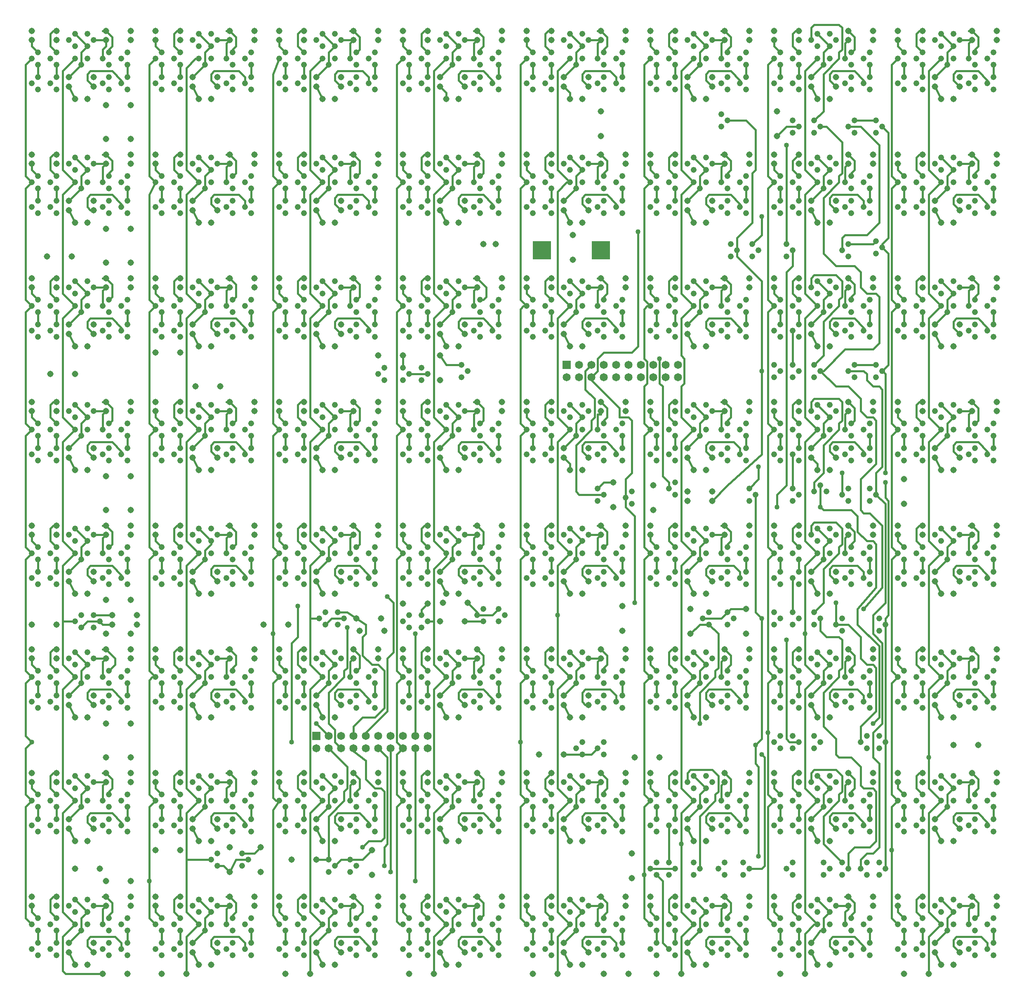
<source format=gbl>
G04 Output by ViewMate Deluxe V11.0.9  PentaLogix LLC*
G04 Fri Nov 28 06:42:21 2014*
%FSLAX33Y33*%
%MOMM*%
%IPPOS*%
%ADD10C,1.3081*%
%ADD11C,1.209*%
%ADD16C,1.016*%
%ADD100R,1.651X1.651*%
%ADD101C,1.651*%
%ADD102R,3.81X3.81*%
%ADD103C,0.4064*%

%LPD*%
X0Y0D2*D103*G1X79146Y195199D2*X79146Y196469D1*D103*X108991Y147574D2*X108356Y146939D1*X108356Y144399*X109626Y143129*X110896Y144399D2*X113436Y141859D1*X110896Y139319*X110896Y118999*X113436Y116459*X110896Y113919*X110896Y93599*X113436Y91059*X110896Y88519*X110896Y78359*X110896Y68199*X113436Y65659*X110896Y63119*X110896Y42799*X113436Y40259*X110896Y37719*X110896Y17399*X113436Y14859*X110896Y12319*X110896Y4699*X113436Y6604D2*X112166Y9144D1*X112166Y11049D2*X114706Y13589D1*X114706Y16129*X115976Y17399*X113436Y19939*X109626Y20574D2*X108991Y20574D1*X108356Y19939*X108356Y17399*X109626Y16129*X109626Y13589D2*X109626Y11049D1*X105816Y11049D2*X105816Y13589D1*X104546Y14859D2*X103276Y16129D1*X103276Y38989*X104546Y40259*X103276Y41529*X103276Y52324*X103276Y64389*X104546Y65659*X103276Y66929*X103276Y89789*X104546Y91059*X103276Y92329*X103276Y115189*X104546Y116459*X103276Y117729*X103276Y141224*X103911Y141859*X104546Y141859*X103276Y143129*X103276Y165989*X104546Y167259*X103276Y168529*X103276Y191389*X104546Y192659*X105816Y191389D2*X105816Y188849D1*X109626Y188849D2*X109626Y191389D1*X110896Y190119D2*X110896Y169799D1*X113436Y167259*X112801Y167259*X110896Y165354*X110896Y144399*X109626Y147574D2*X108991Y147574D1*X113436Y146939D2*X115976Y144399D1*X114706Y143129*X114706Y140589*X112166Y138049*X112166Y136144D2*X113436Y133604D1*X115976Y137414D2*X115976Y138684D1*X116611Y139319*X121056Y139319*X122961Y137414*X122961Y136779*X124231Y138049D2*X124231Y140589D1*X128676Y141224D2*X128676Y131064D1*X129311Y130429*X129311Y125984*X128676Y125349*X128676Y117729*X129946Y116459*X128676Y115189*X128676Y92329*X129946Y91059*X128676Y89789*X128676Y66929*X129946Y65659*X128676Y64389*X128676Y41529*X129946Y40259*X128676Y38989*X128676Y25019*X128676Y16129*X129946Y14859*X131216Y16129D2*X129946Y17399D1*X129946Y18669*X135026Y16129D2*X133756Y17399D1*X133756Y19939*X134391Y20574*X135026Y20574*X132486Y23749D2*X131216Y25019D1*X129946Y26289D2*X135026Y26289D1*X133756Y27559D2*X133756Y35179D1*X135026Y36449D2*X135026Y38989D1*X136296Y37719D2*X136296Y31369D1*X136296Y17399*X138836Y14859*X136296Y12319*X136296Y4699*X138836Y6604D2*X137566Y9144D1*X137566Y11049D2*X140106Y13589D1*X140106Y16129*X141376Y17399*X138836Y19939*X142646Y18669D2*X145186Y18669D1*X144551Y18034*X144551Y14859*X145821Y16129D2*X145821Y16764D1*X146456Y17399*X146456Y19304*X145186Y20574*X144551Y20574*X150266Y26289D2*X152806Y26289D1*X153441Y26924*X153441Y49149*X152806Y49784*X151536Y47879D2*X152171Y47244D1*X152171Y28829*X148361Y35179D2*X148361Y35814D1*X146456Y37719*X142011Y37719*X141376Y37084*X141376Y35814*X142646Y34544*X140106Y37084D2*X143281Y40259D1*X143281Y41529*X143916Y42164*X143916Y45339*X142646Y46609*X138201Y46609*X137566Y45974*X137566Y44069*X136296Y42799D2*X138836Y40259D1*X136296Y37719*X137566Y36449D2*X140106Y38989D1*X140106Y41529*X141376Y42799*X138836Y45339*X136296Y42799D2*X136296Y63119D1*X138836Y65659*X136296Y68199*X136296Y88519*X138836Y91059*X136296Y93599*X136296Y113919*X138836Y116459*X136296Y118999*X136296Y125349*X136931Y125984*X136931Y131064*X136296Y131699*X136296Y139319*X138836Y141859*X136296Y144399*X136296Y164719*X138836Y167259*X136296Y169799*X136296Y190119*X138836Y192659*X140106Y191389D2*X137566Y188849D1*X137566Y186944D2*X138836Y184404D1*X141376Y188214D2*X141376Y189484D1*X142011Y190119*X146456Y190119*X148361Y188214*X148361Y187579*X149631Y188849D2*X149631Y191389D1*X154076Y191389D2*X154076Y168529D1*X155346Y167259*X154076Y165989*X154076Y143129*X155346Y141859*X154076Y140589*X154076Y117729*X155346Y116459*X154076Y115189*X154076Y92329*X155346Y91059*X154076Y89789*X154076Y66929*X155346Y65659*X154076Y64389*X154076Y54229*X154076Y41529*X155346Y40259*X154076Y38989*X154076Y16129*X155346Y14859*X156616Y16129D2*X155346Y17399D1*X155346Y18669*X159156Y19304D2*X159156Y17399D1*X160426Y16129*X161696Y17399D2*X164236Y14859D1*X163601Y14859*X161696Y12954*X161696Y4699*X164236Y6604D2*X162966Y9144D1*X162966Y11049D2*X164871Y13589D1*X165506Y13589*X165506Y16129*X166776Y17399*X164236Y19939*X161696Y17399D2*X161696Y37719D1*X164236Y40259*X161696Y42799*X161696Y63119*X164236Y65659*X161696Y68199*X161696Y74549*X161696Y88519*X164236Y91059*X161696Y93599*X161696Y113919*X164236Y116459*X161696Y118999*X161696Y139319*X164236Y141859*X161696Y144399*X161696Y164719*X164236Y167259*X161696Y169799*X161696Y190119*X164236Y192659*X165506Y193929D2*X166776Y195199D1*X164236Y197739*X162966Y196469D2*X162966Y199009D1*X163601Y199644*X168681Y199644*X169316Y199009*X169316Y194564*X168681Y193929*X168681Y192659*X165506Y189484*X165506Y181864*X163601Y179959*X164871Y178689D2*X166141Y178689D1*X169316Y175514*X169316Y169164*X168681Y168529*X168681Y167259*X165506Y164084*X165506Y152654*X168046Y150114*X171856Y150114*X173126Y148844*X173126Y145669*X174396Y144399*X176301Y144399*X176936Y143764*X176936Y134239*X175666Y132969*X169951Y132969*X165506Y128524*X164871Y128524*X168046Y125349*X170586Y125349*X173126Y122809*X173126Y120269*X174396Y118999*X175666Y118999*X176301Y118364*X176301Y109474*X173126Y106299*X173126Y99949*X173761Y99314*X175031Y99314*X177571Y96774*X177571Y84074*X173761Y79629*X172491Y79629D2*X172491Y76454D1*X176936Y72009*X176936Y57404*X175666Y56134*X175666Y54229D2*X177571Y56134D1*X177571Y72644*X175666Y74549*X175666Y78359*X178206Y80899*X178206Y101219*X176301Y103124*X176301Y107569*X177571Y108839*X177571Y124714*X176936Y125349*X175666Y125349*X174396Y126619*X174396Y127889*X173761Y128524*X170586Y128524*X171856Y129794D2*X176301Y129794D1*X177571Y128524D2*X178206Y127889D1*X178206Y107569*X178206Y105664D2*X178206Y102489D1*X178841Y101854*X178841Y78359*X178206Y77724*X178206Y76454*X178206Y52324*X178206Y26289*X179476Y30099D2*X179476Y16129D1*X180746Y14859*X182016Y16129D2*X180746Y17399D1*X180746Y18669*X185826Y16129D2*X184556Y17399D1*X184556Y19939*X185191Y20574*X185826Y20574*X187096Y17399D2*X189636Y14859D1*X187096Y12319*X187096Y4699*X189636Y6604D2*X188366Y9144D1*X188366Y11049D2*X190906Y13589D1*X190906Y16129*X192176Y17399*X189636Y19939*X187096Y17399D2*X187096Y37719D1*X189636Y40259*X187096Y42799*X187096Y49149*X187096Y63119*X189636Y65659*X187096Y68199*X187096Y88519*X189636Y91059*X187096Y93599*X187096Y113919*X189636Y116459*X187096Y118999*X187096Y139319*X189636Y141859*X187096Y144399*X187096Y164719*X189636Y167259*X187096Y169799*X187096Y190119*X189636Y192659*X190906Y191389D2*X188366Y188849D1*X188366Y186944D2*X189636Y184404D1*X192176Y188214D2*X192176Y189484D1*X192811Y190119*X197256Y190119*X199161Y188214*X199161Y187579*X200431Y188849D2*X200431Y191389D1*X196621Y193929D2*X196621Y194564D1*X197256Y195199*X197256Y197104*X195986Y198374*X195351Y198374*X195986Y196469D2*X193446Y196469D1*X189636Y197739D2*X192176Y195199D1*X190906Y193929*X190906Y191389*X192176Y188214D2*X193446Y186944D1*X195351Y192659D2*X195351Y195834D1*X195986Y196469*X185826Y198374D2*X185191Y198374D1*X184556Y197739*X184556Y195199*X185826Y193929*X185826Y191389D2*X185826Y188849D1*X182016Y188849D2*X182016Y191389D1*X180746Y192659D2*X179476Y191389D1*X179476Y168529*X180746Y167259*X179476Y165989*X179476Y143129*X180746Y141859*X179476Y140589*X179476Y117729*X180746Y116459*X179476Y115189*X179476Y92329*X180746Y91059*X179476Y89789*X179476Y66929*X180746Y65659*X179476Y64389*X179476Y41529*X180746Y40259*X179476Y38989*X179476Y30099*X176936Y30734D2*X175666Y29464D1*X174396Y29464*X173126Y28194*X173126Y26289*X170586Y26289D2*X170586Y29464D1*X171856Y30734*X175031Y30734*X176301Y32004*X176301Y42164*X175666Y42799*X173761Y42799*X173126Y43434*X173126Y47244*X171221Y49149*X168681Y49149*X168046Y49784*X168046Y52959*X165506Y55499*X165506Y62484*X168681Y65659*X168681Y66929*X169316Y67564*X169316Y73279*X168681Y73914*X166141Y73914*X164871Y75184*X164871Y77724*X163601Y78994D2*X165506Y80899D1*X165506Y87884*X168681Y91059*X168681Y92329*X169316Y92964*X169316Y96139*X168046Y97409*X163601Y97409*X162966Y96774*X162966Y94869*X164236Y96139D2*X166776Y93599D1*X165506Y92329*X165506Y89789*X162966Y87249*X162966Y85344D2*X164236Y82804D1*X168046Y80899D2*X168046Y76454D1*X170586Y76454*X173126Y73914*X173126Y69469*X174396Y68199*X175666Y68199*X176301Y67564*X176301Y58674*X173126Y55499*X173126Y52324*X175666Y54229D2*X175666Y49149D1*X176936Y47879*X176936Y30734*X173761Y35179D2*X173761Y35814D1*X171856Y37719*X167411Y37719*X166776Y37084*X166776Y35814*X168046Y34544*X165506Y37084D2*X165506Y31369D1*X169316Y27559*X164236Y32004D2*X162966Y34544D1*X162966Y36449D2*X165506Y38989D1*X165506Y41529*X166776Y42799*X164236Y45339*X162966Y45974D2*X163601Y46609D1*X168046Y46609*X169316Y45339*X169316Y42164*X168681Y41529*X168681Y40259*X165506Y37084*X169951Y40259D2*X169951Y43434D1*X170586Y44069*X170586Y45974D2*X171856Y44704D1*X171856Y42799*X171221Y42164*X171221Y41529*X175031Y38989D2*X175031Y36449D1*X182016Y36449D2*X182016Y38989D1*X182016Y41529D2*X180746Y42799D1*X180746Y44069*X185826Y41529D2*X184556Y42799D1*X184556Y45339*X185191Y45974*X185826Y45974*X189636Y45339D2*X192176Y42799D1*X190906Y41529*X190906Y38989*X188366Y36449*X188366Y34544D2*X189636Y32004D1*X192176Y35814D2*X192176Y37084D1*X192811Y37719*X197256Y37719*X199161Y35814*X199161Y35179*X200431Y36449D2*X200431Y38989D1*X196621Y41529D2*X196621Y42164D1*X197256Y42799*X197256Y44704*X195986Y45974*X195986Y44069D2*X193446Y44069D1*X195351Y40259D2*X195351Y43434D1*X195986Y44069*X192176Y35814D2*X193446Y34544D1*X185826Y36449D2*X185826Y38989D1*X189636Y57404D2*X188366Y59944D1*X188366Y61849D2*X190906Y64389D1*X190906Y66929*X192176Y68199*X189636Y70739*X185826Y71374D2*X185191Y71374D1*X184556Y70739*X184556Y68199*X185826Y66929*X185826Y64389D2*X185826Y61849D1*X182016Y61849D2*X182016Y64389D1*X182016Y66929D2*X180746Y68199D1*X180746Y69469*X175031Y64389D2*X175031Y61849D1*X173761Y60579D2*X173761Y61849D1*X172491Y63119*X167411Y63119*X166776Y62484*X166776Y61214*X168046Y59944*X164236Y57404D2*X162966Y59944D1*X162966Y61849D2*X165506Y64389D1*X165506Y66929*X166776Y68199*X164236Y70739*X160426Y71374D2*X159791Y71374D1*X159156Y70739*X159156Y68199*X160426Y66929*X160426Y64389D2*X160426Y61849D1*X156616Y61849D2*X156616Y64389D1*X156616Y66929D2*X155346Y68199D1*X155346Y69469*X157886Y73279D2*X157886Y52959D1*X158521Y52324*X160426Y52324*X160426Y45974D2*X159791Y45974D1*X159156Y45339*X159156Y42799*X160426Y41529*X160426Y38989D2*X160426Y36449D1*X156616Y36449D2*X156616Y38989D1*X156616Y41529D2*X155346Y42799D1*X155346Y44069*X151536Y47879D2*X151536Y51689D1*X152806Y52959*X152806Y77724*X151536Y78994*X151536Y103124*X150266Y104394D2*X152171Y106299D1*X152171Y108839*X152806Y111379D2*X152806Y128524D1*X152806Y146939*X147726Y152019*X147726Y153289*X147726Y155829*X150901Y159004*X150901Y169164*X151536Y169799*X151536Y178054*X149631Y179959*X145821Y179959*X144551Y172974D2*X145186Y172974D1*X146456Y171704*X146456Y169799*X145821Y169164*X145821Y168529*X144551Y167259D2*X144551Y170434D1*X145186Y171069*X142646Y171069*X138836Y172339D2*X141376Y169799D1*X140106Y168529*X140106Y165989*X137566Y163449*X137566Y161544D2*X138836Y159004D1*X141376Y162814D2*X141376Y164084D1*X142011Y164719*X146456Y164719*X148361Y162814*X148361Y162179*X149631Y163449D2*X149631Y165989D1*X152806Y160274D2*X152806Y156464D1*X150901Y154559*X157886Y154559D2*X157886Y174879D1*X155981Y176784D2*X157886Y178689D1*X160426Y178689*X160426Y172974D2*X159156Y171704D1*X159156Y169799*X160426Y168529*X160426Y165989D2*X160426Y163449D1*X162966Y163449D2*X165506Y165989D1*X165506Y168529*X166776Y169799*X164236Y172339*X169951Y170434D2*X169951Y167259D1*X171221Y168529D2*X171221Y169164D1*X171856Y169799*X171856Y171704*X170586Y172974*X170586Y171069D2*X169951Y170434D1*X167411Y164719D2*X172491Y164719D1*X173761Y163449*X173761Y162179*X175031Y163449D2*X175031Y165989D1*X182016Y168529D2*X180746Y169799D1*X180746Y171069*X185826Y168529D2*X184556Y169799D1*X184556Y172339*X185191Y172974*X185826Y172974*X189636Y172339D2*X192176Y169799D1*X190906Y168529*X190906Y165989*X188366Y163449*X188366Y161544D2*X189636Y159004D1*X192176Y162814D2*X192176Y164084D1*X192811Y164719*X197256Y164719*X199161Y162814*X199161Y162179*X200431Y163449D2*X200431Y165989D1*X196621Y168529D2*X196621Y169164D1*X197256Y169799*X197256Y171704*X195986Y172974*X195351Y172974*X195986Y171069D2*X193446Y171069D1*X195351Y167259D2*X195351Y170434D1*X195986Y171069*X192176Y162814D2*X193446Y161544D1*X185826Y163449D2*X185826Y165989D1*X182016Y165989D2*X182016Y163449D1*X176936Y159004D2*X176936Y174879D1*X173126Y178689*X170586Y178689*X171856Y179959D2*X176301Y179959D1*X177571Y178689D2*X178841Y177419D1*X178841Y155829*X177571Y154559*X177571Y153924*X178841Y152654*X178841Y129794*X177571Y128524*X180746Y120269D2*X180746Y118999D1*X182016Y117729*X182016Y115189D2*X182016Y112649D1*X185826Y112649D2*X185826Y115189D1*X185826Y117729D2*X184556Y118999D1*X184556Y121539*X185191Y122174*X185826Y122174*X189636Y121539D2*X192176Y118999D1*X190906Y117729*X190906Y115189*X188366Y112649*X188366Y110744D2*X189636Y108204D1*X192176Y112014D2*X192176Y113284D1*X192811Y113919*X197256Y113919*X199161Y112014*X199161Y111379*X200431Y112649D2*X200431Y115189D1*X197256Y118364D2*X197256Y120904D1*X195986Y122174*X195351Y122174*X195986Y120269D2*X193446Y120269D1*X195351Y119634D2*X195351Y116459D1*X196621Y117729D2*X197256Y118364D1*X195986Y120269D2*X195351Y119634D1*X192176Y112014D2*X193446Y110744D1*X195351Y96774D2*X195986Y96774D1*X197256Y95504*X197256Y93599*X196621Y92964*X196621Y92329*X195351Y91059D2*X195351Y94234D1*X195986Y94869*X193446Y94869*X189636Y96139D2*X192176Y93599D1*X190906Y92329*X190906Y89789*X188366Y87249*X188366Y85344D2*X189636Y82804D1*X192176Y86614D2*X192176Y87884D1*X192811Y88519*X197256Y88519*X199161Y86614*X199161Y85979*X200431Y87249D2*X200431Y89789D1*X193446Y85344D2*X192176Y86614D1*X185826Y87249D2*X185826Y89789D1*X185826Y92329D2*X184556Y93599D1*X184556Y96139*X185191Y96774*X185826Y96774*X182016Y92329D2*X180746Y93599D1*X180746Y94869*X176301Y92964D2*X176301Y84074D1*X172491Y79629*X173761Y85979D2*X173761Y87249D1*X172491Y88519*X167411Y88519*X166776Y87884*X166776Y86614*X168046Y85344*X169951Y91059D2*X169951Y94234D1*X170586Y94869*X170586Y96774D2*X171856Y95504D1*X171856Y93599*X171221Y92964*X171221Y92329*X172491Y95504D2*X174396Y93599D1*X175666Y93599*X176301Y92964*X175031Y89789D2*X175031Y87249D1*X182016Y87249D2*X182016Y89789D1*X172491Y95504D2*X172491Y98679D1*X171221Y99949*X165506Y99949*X164871Y100584*X164871Y105029*X163601Y105664D2*X165506Y107569D1*X165506Y113284*X168681Y116459*X168681Y117729*X169316Y118364*X169316Y122174*X168681Y122809*X163601Y122809*X162966Y122174*X162966Y120269*X164236Y121539D2*X166776Y118999D1*X165506Y117729*X165506Y115189*X162966Y112649*X162966Y110744D2*X164236Y109474D1*X164236Y108204*X163601Y105664D2*X163601Y103759D1*X159156Y104394D2*X159156Y111379D1*X160426Y112649D2*X160426Y115189D1*X160426Y117729D2*X159156Y118999D1*X159156Y121539*X159791Y122174*X160426Y122174*X155346Y120269D2*X155346Y118999D1*X156616Y117729*X156616Y115189D2*X156616Y112649D1*X152806Y111379D2*X145821Y105029D1*X142646Y101854*X144551Y96774D2*X145186Y96774D1*X146456Y95504*X146456Y93599*X145821Y92964*X145821Y92329*X144551Y91059D2*X144551Y94234D1*X145186Y94869*X142646Y94869*X138836Y96139D2*X141376Y93599D1*X140106Y92329*X140106Y89789*X137566Y87249*X137566Y85344D2*X138836Y82804D1*X141376Y86614D2*X141376Y87884D1*X142011Y88519*X147091Y88519*X148361Y87249*X148361Y85979*X149631Y87249D2*X149631Y89789D1*X156616Y92329D2*X155346Y93599D1*X155346Y94869*X160426Y92329D2*X159156Y93599D1*X159156Y96139*X159791Y96774*X160426Y96774*X155981Y100584D2*X155981Y103124D1*X157886Y105029*X157886Y148844*X159156Y150114*X159156Y153289*X159791Y147574D2*X159156Y146939D1*X159156Y144399*X160426Y143129*X160426Y140589D2*X160426Y138049D1*X159156Y136779D2*X159156Y129794D1*X163601Y129794D2*X165506Y131699D1*X165506Y138684*X168681Y141859*X168681Y143129*X169316Y143764*X169316Y146939*X168046Y148209*X163601Y148209*X162966Y147574*X162966Y145669*X164236Y146939D2*X166776Y144399D1*X165506Y143129*X165506Y140589*X162966Y138049*X162966Y136144D2*X164236Y133604D1*X166776Y137414D2*X166776Y138684D1*X167411Y139319*X171856Y139319*X173761Y137414*X173761Y136779*X175031Y138049D2*X175031Y140589D1*X171221Y143129D2*X171221Y143764D1*X171856Y144399*X171856Y146304*X170586Y147574*X170586Y145669D2*X169951Y145034D1*X169951Y141859*X166776Y137414D2*X168046Y136144D1*X160426Y147574D2*X159791Y147574D1*X155346Y145669D2*X155346Y144399D1*X156616Y143129*X156616Y140589D2*X156616Y138049D1*X149631Y138049D2*X149631Y140589D1*X146456Y139319D2*X148361Y137414D1*X148361Y136779*X146456Y139319D2*X142011Y139319D1*X141376Y138684*X141376Y137414*X142646Y136144*X138836Y133604D2*X137566Y136144D1*X137566Y138049D2*X140106Y140589D1*X140106Y143129*X141376Y144399*X138836Y146939*X135026Y147574D2*X134391Y147574D1*X133756Y146939*X133756Y144399*X135026Y143129*X135026Y140589D2*X135026Y138049D1*X131216Y138049D2*X131216Y140589D1*X129946Y141859D2*X128676Y143129D1*X128676Y165989*X129946Y167259*X128676Y168529*X128676Y191389*X129946Y192659*X131216Y193929D2*X129946Y195199D1*X129946Y196469*X135026Y193929D2*X133756Y195199D1*X133756Y197739*X134391Y198374*X135026Y198374*X138836Y197739D2*X141376Y195199D1*X140106Y193929*X140106Y191389*X141376Y188214D2*X142646Y186944D1*X144551Y192659D2*X144551Y195834D1*X145186Y196469*X142646Y196469*X144551Y198374D2*X145186Y198374D1*X146456Y197104*X146456Y195199*X145821Y194564*X145821Y193929*X154076Y191389D2*X155346Y192659D1*X156616Y191389D2*X156616Y188849D1*X160426Y188849D2*X160426Y191389D1*X160426Y193929D2*X159156Y195199D1*X159156Y197739*X159791Y198374*X160426Y198374*X155346Y196469D2*X155346Y195199D1*X156616Y193929*X162966Y188849D2*X165506Y191389D1*X165506Y193929*X167411Y190119D2*X166776Y189484D1*X166776Y188214*X168046Y186944*X167411Y190119D2*X171856Y190119D1*X173761Y188214*X173761Y187579*X175031Y188849D2*X175031Y191389D1*X171221Y193929D2*X171856Y194564D1*X171856Y197104*X170586Y198374*X170586Y196469D2*X169951Y195834D1*X169951Y192659*X162966Y186944D2*X164236Y184404D1*X155346Y171069D2*X155346Y169799D1*X156616Y168529*X156616Y165989D2*X156616Y163449D1*X162966Y161544D2*X164236Y159004D1*X166776Y162814D2*X166776Y164084D1*X167411Y164719*X166776Y162814D2*X168046Y161544D1*X169951Y156464D2*X174396Y156464D1*X176936Y159004*X176301Y155194D2*X175666Y154559D1*X170586Y154559*X169951Y156464D2*X169316Y155829D1*X169316Y153289*X180746Y145669D2*X180746Y144399D1*X182016Y143129*X182016Y140589D2*X182016Y138049D1*X185826Y138049D2*X185826Y140589D1*X185826Y143129D2*X184556Y144399D1*X184556Y146939*X185191Y147574*X185826Y147574*X189636Y146939D2*X192176Y144399D1*X190906Y143129*X190906Y140589*X188366Y138049*X188366Y136144D2*X189636Y133604D1*X192176Y137414D2*X192176Y138684D1*X192811Y139319*X197256Y139319*X199161Y137414*X199161Y136779*X200431Y138049D2*X200431Y140589D1*X196621Y143129D2*X196621Y143764D1*X197256Y144399*X197256Y146304*X195986Y147574*X195986Y145669D2*X193446Y145669D1*X195351Y141859D2*X195351Y145034D1*X195986Y145669*X192176Y137414D2*X193446Y136144D1*X171856Y120904D2*X171856Y118364D1*X171221Y117729*X169951Y116459D2*X169951Y119634D1*X170586Y120269*X171856Y120904D2*X170586Y122174D1*X175031Y115189D2*X175031Y112649D1*X173761Y111379D2*X173761Y112014D1*X171856Y113919*X167411Y113919*X166776Y113284*X166776Y112014*X168046Y110744*X169316Y107569D2*X169316Y103124D1*X160426Y89789D2*X160426Y87249D1*X159156Y85979D2*X159156Y78994D1*X156616Y87249D2*X156616Y89789D1*X149631Y79629D2*X146456Y79629D1*X145821Y78994*X144551Y77724*X140741Y77724*X138201Y74549D2*X140106Y76454D1*X142011Y76454*X143916Y74549*X143916Y67564*X143281Y66929*X143281Y65659*X140106Y62484*X140106Y56134*X138836Y57404D2*X137566Y59944D1*X137566Y61849D2*X140106Y64389D1*X140106Y66929*X141376Y68199*X138836Y70739*X135026Y71374D2*X134391Y71374D1*X133756Y70739*X133756Y68199*X135026Y66929*X135026Y64389D2*X135026Y61849D1*X131216Y61849D2*X131216Y64389D1*X131216Y66929D2*X129946Y68199D1*X129946Y69469*X124231Y64389D2*X124231Y61849D1*X122961Y60579D2*X122961Y61849D1*X121691Y63119*X116611Y63119*X115976Y62484*X115976Y60579*X116611Y59944*X117246Y59944*X113436Y57404D2*X112166Y59944D1*X112166Y61849D2*X114706Y64389D1*X114706Y66929*X115976Y68199*X113436Y70739*X109626Y71374D2*X108991Y71374D1*X108356Y70739*X108356Y68199*X109626Y66929*X109626Y64389D2*X109626Y61849D1*X105816Y61849D2*X105816Y64389D1*X105816Y66929D2*X104546Y68199D1*X104546Y69469*X98831Y64389D2*X98831Y61849D1*X97561Y60579D2*X97561Y61214D1*X95656Y63119*X91211Y63119*X90576Y62484*X90576Y61214*X91846Y59944*X88036Y57404D2*X86766Y59944D1*X86766Y61849D2*X89306Y64389D1*X89306Y66929*X90576Y68199*X88036Y70739*X85496Y68199D2*X88036Y65659D1*X85496Y63119*X85496Y42799*X88036Y40259*X85496Y37719*X85496Y17399*X88036Y14859*X85496Y12319*X85496Y4699*X88036Y6604D2*X86766Y9144D1*X86766Y11049D2*X89306Y13589D1*X89306Y16129*X90576Y17399*X88036Y19939*X84226Y20574D2*X82956Y19304D1*X82956Y17399*X84226Y16129*X84226Y13589D2*X84226Y11049D1*X80416Y11049D2*X80416Y13589D1*X79146Y14859D2*X78511Y14859D1*X77876Y15494*X77876Y38989*X79146Y40259*X77876Y41529*X77876Y49784*X79146Y51054*X77876Y52324*X77876Y64389*X79146Y65659*X77876Y66929*X77876Y89789*X79146Y91059*X77876Y92329*X77876Y115189*X79146Y116459*X77876Y117729*X77876Y140589*X79146Y141859*X77876Y143129*X77876Y165989*X79146Y167259*X77876Y168529*X77876Y191389*X79146Y192659*X80416Y193929D2*X79146Y195199D1*X84226Y193929D2*X82956Y195199D1*X82956Y197739*X83591Y198374*X84226Y198374*X88036Y197739D2*X90576Y195199D1*X89306Y193929*X89306Y191389*X86766Y188849*X85496Y190119D2*X85496Y169799D1*X88036Y167259*X85496Y164719*X85496Y144399*X88036Y141859*X85496Y139319*X85496Y118999*X88036Y116459*X85496Y113919*X85496Y93599*X88036Y91059*X88036Y90424*X85496Y87884*X85496Y77089*X84226Y77089D2*X85496Y77089D1*X85496Y68199*X84226Y66929D2*X82956Y68199D1*X82956Y70739*X83591Y71374*X84226Y71374*X81686Y74549D2*X81686Y53594D1*X81686Y51054D2*X81686Y23749D1*X79146Y18669D2*X79146Y17399D1*X80416Y16129*X73431Y13589D2*X73431Y11049D1*X72161Y9779D2*X72161Y10414D1*X70256Y12319*X65811Y12319*X65176Y11684*X65176Y10414*X66446Y9144*X62636Y6604D2*X61366Y9144D1*X61366Y11049D2*X63906Y13589D1*X63906Y16129*X65176Y17399*X62636Y19939*X60096Y17399D2*X62636Y14859D1*X60096Y12319*X60096Y4699*X58826Y11049D2*X58826Y13589D1*X58826Y16129D2*X57556Y17399D1*X57556Y19939*X58191Y20574*X58826Y20574*X60096Y17399D2*X60096Y37719D1*X62636Y40259*X60096Y42799*X60096Y63119*X62636Y65659*X60096Y68199*X60096Y77724*X62001Y77724*X63271Y76454D2*X64541Y77724D1*X67081Y77724*X65811Y78994D2*X67716Y78994D1*X69621Y77724*X71526Y76454*X71526Y74549*X70891Y73914*X70891Y70104*X72796Y68199*X74066Y68199*X75336Y66929*X75336Y59309*X73431Y57404*X70891Y57404*X68986Y55499*X68986Y53594*X68986Y51054D2*X68986Y50419D1*X71526Y48514*X71526Y44704*X73431Y42799*X74701Y42799*X75336Y42164*X75336Y32639*X74701Y32004*X72161Y32004*X70891Y30734*X72796Y30099D2*X70891Y28194D1*X68351Y28194*X66446Y28194*X65176Y26924*X61366Y28194D2*X63906Y28194D1*X63906Y37084*X67081Y40259*X67081Y42164*X67716Y42799*X67716Y47244*X63906Y51054*X65176Y52324D2*X65176Y54864D1*X63906Y56134*X63906Y62484*X67081Y65659*X67081Y66929*X67716Y67564*X67716Y75819*X68986Y71374D2*X70256Y70104D1*X70256Y67564*X69621Y66929*X68351Y65659D2*X68351Y68834D1*X68986Y69469*X62636Y70739D2*X65176Y68199D1*X63906Y66929*X63906Y64389*X61366Y61849*X61366Y59944D2*X62636Y57404D1*X61366Y56134D2*X63906Y53594D1*X65176Y52324D2*X66446Y51054D1*X68986Y45974D2*X70256Y44704D1*X70256Y42799*X69621Y42164*X69621Y41529*X68351Y40259D2*X68351Y43434D1*X68986Y44069*X62636Y45339D2*X65176Y42799D1*X63906Y41529*X63906Y38989*X61366Y36449*X61366Y34544D2*X62636Y32004D1*X65176Y35814D2*X65176Y37084D1*X65811Y37719*X70256Y37719*X72161Y35814*X72161Y35179*X73431Y36449D2*X73431Y38989D1*X80416Y41529D2*X79146Y42799D1*X79146Y44069*X84226Y41529D2*X82956Y42799D1*X82956Y45339*X83591Y45974*X84226Y45974*X88036Y45339D2*X90576Y42799D1*X89306Y41529*X89306Y38989*X86766Y36449*X86766Y34544D2*X88036Y32004D1*X90576Y35814D2*X90576Y37084D1*X91211Y37719*X95656Y37719*X97561Y35814*X97561Y35179*X98831Y36449D2*X98831Y38989D1*X95021Y41529D2*X95021Y42164D1*X95656Y42799*X95656Y44704*X94386Y45974*X94386Y44069D2*X91846Y44069D1*X93751Y40259D2*X93751Y43434D1*X94386Y44069*X90576Y35814D2*X91846Y34544D1*X84226Y36449D2*X84226Y38989D1*X80416Y38989D2*X80416Y36449D1*X75971Y31369D2*X75336Y30734D1*X75336Y26924*X76606Y25654D2*X76606Y51054D1*X75971Y49149D2*X75971Y31369D1*X66446Y34544D2*X65176Y35814D1*X58826Y36449D2*X58826Y38989D1*X58826Y41529D2*X57556Y42799D1*X57556Y45339*X58191Y45974*X58826Y45974*X53746Y44069D2*X53746Y42799D1*X55016Y41529*X53746Y40259D2*X53111Y40259D1*X52476Y40894*X52476Y64389*X53746Y65659*X52476Y66929*X52476Y74549*X52476Y89789*X53746Y91059*X52476Y92329*X52476Y115189*X53746Y116459*X52476Y117729*X52476Y140589*X53746Y141859*X52476Y143129*X52476Y165989*X53746Y167259*X52476Y168529*X52476Y189484*X53746Y192659*X55016Y193929D2*X53746Y195199D1*X53746Y196469*X58826Y193929D2*X57556Y195199D1*X57556Y197739*X58191Y198374*X58826Y198374*X62636Y197739D2*X65176Y195199D1*X63906Y193929*X63906Y191389*X61366Y188849*X60096Y190119D2*X60096Y169799D1*X62636Y167259*X60096Y164719*X60096Y144399*X62636Y141859*X60096Y139319*X60096Y118999*X62636Y116459*X60096Y113919*X60096Y93599*X62636Y91059*X60096Y88519*X60096Y77724*X57556Y80264D2*X57556Y73914D1*X56286Y72644*X56286Y52324*X55016Y61849D2*X55016Y64389D1*X55016Y66929D2*X53746Y68199D1*X53746Y69469*X58826Y66929D2*X57556Y68199D1*X57556Y70739*X58191Y71374*X58826Y71374*X58826Y64389D2*X58826Y61849D1*X66446Y59944D2*X65176Y61214D1*X65176Y62484*X65811Y63119*X70256Y63119*X72161Y61214*X72161Y60579*X73431Y61849D2*X73431Y64389D1*X80416Y66929D2*X79146Y68199D1*X79146Y69469*X77241Y70739D2*X77241Y80899D1*X75971Y82169*X72161Y85979D2*X72161Y86614D1*X70256Y88519*X65811Y88519*X65176Y87884*X65176Y86614*X66446Y85344*X62636Y82804D2*X61366Y85344D1*X61366Y87249D2*X63906Y89789D1*X63906Y92329*X65176Y93599*X62636Y96139*X58826Y96774D2*X58191Y96774D1*X57556Y96139*X57556Y93599*X58826Y92329*X58826Y89789D2*X58826Y87249D1*X55016Y87249D2*X55016Y89789D1*X55016Y92329D2*X53746Y93599D1*X53746Y94869*X48031Y89789D2*X48031Y87249D1*X46761Y86614D2*X44856Y88519D1*X40411Y88519*X39776Y87884*X39776Y86614*X41046Y85344*X37236Y82804D2*X35966Y85344D1*X35966Y87249D2*X38506Y89789D1*X38506Y91694*X39776Y92964*X39776Y93599*X37236Y96139*X34696Y93599D2*X37236Y91059D1*X34696Y88519*X34696Y68199*X37236Y65659*X34696Y63119*X34696Y42799*X37236Y40259*X34696Y37719*X34696Y28194*X39776Y28194*X41046Y26924D2*X42316Y26924D1*X43586Y25654*X44856Y28194*X47396Y28194*X46126Y29464D2*X48666Y29464D1*X49936Y30734*X46761Y35179D2*X46761Y35814D1*X44856Y37719*X40411Y37719*X39776Y37084*X39776Y35814*X41046Y34544*X37236Y32004D2*X35966Y34544D1*X35966Y36449D2*X38506Y38989D1*X38506Y41529*X39776Y42799*X37236Y45339*X33426Y45974D2*X32791Y45974D1*X32156Y45339*X32156Y42799*X33426Y41529*X33426Y38989D2*X33426Y36449D1*X29616Y36449D2*X29616Y38989D1*X28346Y40259D2*X27076Y41529D1*X27076Y65024*X27711Y65659*X28346Y65659*X27076Y66929*X27076Y89789*X28346Y91059*X27076Y92329*X27076Y115189*X28346Y116459*X27076Y117729*X27076Y140589*X28346Y141859*X27076Y143129*X27076Y164719*X28346Y167259*X27076Y168529*X27076Y191389*X28346Y192659*X29616Y193929D2*X28346Y195199D1*X28346Y196469*X33426Y193929D2*X32156Y195199D1*X32156Y197739*X32791Y198374*X33426Y198374*X37236Y197739D2*X39776Y195199D1*X38506Y193929*X38506Y191389*X35966Y188849*X35966Y186944D2*X37236Y184404D1*X39776Y188214D2*X39776Y189484D1*X40411Y190119*X45491Y190119*X46761Y188849*X46761Y187579*X48031Y188849D2*X48031Y191389D1*X44221Y193929D2*X44221Y194564D1*X44856Y195199*X44856Y197104*X43586Y198374*X42951Y198374*X41046Y196469D2*X43586Y196469D1*X42951Y195834*X42951Y192659*X39776Y188214D2*X41046Y186944D1*X37236Y192659D2*X36601Y192659D1*X34696Y190754*X34696Y169799*X37236Y167259*X34696Y164719*X34696Y144399*X37236Y141859*X34696Y139319*X34696Y118999*X37236Y116459*X34696Y113919*X34696Y93599*X33426Y92329D2*X32156Y93599D1*X32156Y96139*X32791Y96774*X33426Y96774*X29616Y92329D2*X28346Y93599D1*X28346Y94869*X29616Y89789D2*X29616Y87249D1*X33426Y87249D2*X33426Y89789D1*X41046Y94869D2*X43586Y94869D1*X42951Y94234*X42951Y91059*X44221Y92329D2*X44856Y92964D1*X44856Y95504*X43586Y96774*X42951Y96774*X46761Y86614D2*X46761Y85979D1*X42951Y71374D2*X43586Y71374D1*X44856Y70104*X44856Y68199*X44221Y67564*X44221Y66929*X42951Y65659D2*X42951Y68834D1*X43586Y69469*X41046Y69469*X37236Y70739D2*X39776Y68199D1*X38506Y66929*X38506Y64389*X35966Y61849*X35966Y59944D2*X37236Y57404D1*X39776Y61214D2*X39776Y62484D1*X40411Y63119*X44856Y63119*X46761Y61214*X46761Y60579*X48031Y61849D2*X48031Y64389D1*X41046Y59944D2*X39776Y61214D1*X33426Y61849D2*X33426Y64389D1*X33426Y66929D2*X32156Y68199D1*X32156Y70739*X32791Y71374*X33426Y71374*X28346Y69469D2*X28346Y68199D1*X29616Y66929*X29616Y64389D2*X29616Y61849D1*X22631Y61849D2*X22631Y64389D1*X19456Y63119D2*X21361Y61214D1*X21361Y60579*X19456Y63119D2*X15011Y63119D1*X14376Y62484*X14376Y61214*X15646Y59944*X11836Y57404D2*X10566Y59944D1*X10566Y61849D2*X13106Y64389D1*X13106Y66929*X14376Y68199*X11836Y70739*X9296Y68199D2*X11836Y65659D1*X9296Y63119*X9296Y42799*X11836Y40259*X9296Y37719*X9296Y17399*X11836Y14859*X9296Y12319*X9296Y5334*X9931Y4699*X17551Y4699*X15646Y9144D2*X14376Y10414D1*X14376Y11684*X15011Y12319*X20091Y12319*X21361Y11049*X21361Y9779*X22631Y11049D2*X22631Y13589D1*X18821Y16129D2*X18821Y16764D1*X19456Y17399*X19456Y19304*X18186Y20574*X17551Y20574*X18186Y18669D2*X15646Y18669D1*X11836Y19939D2*X14376Y17399D1*X13106Y16129*X13106Y13589*X10566Y11049*X10566Y9144D2*X11836Y6604D1*X8026Y11049D2*X8026Y13589D1*X8026Y16129D2*X6756Y17399D1*X6756Y19939*X7391Y20574*X8026Y20574*X2946Y18669D2*X2946Y17399D1*X4216Y16129*X2946Y14859D2*X1676Y16129D1*X1676Y38989*X2946Y40259*X1676Y41529*X1676Y51054*X2946Y52324*X1676Y53594*X1676Y64389*X2946Y65659*X1676Y66929*X1676Y89789*X2946Y91059*X1676Y92329*X1676Y115189*X2946Y116459*X1676Y117729*X1676Y140589*X2946Y141859*X1676Y143129*X1676Y165989*X2946Y167259*X1676Y168529*X1676Y191389*X2946Y192659*X4216Y193929D2*X2946Y195199D1*X2946Y196469*X8026Y193929D2*X6756Y195199D1*X6756Y197739*X7391Y198374*X8026Y198374*X11836Y197739D2*X14376Y195199D1*X13106Y193929*X13106Y191389*X10566Y188849*X9296Y190119D2*X9296Y169799D1*X11836Y167259*X9296Y164719*X9296Y144399*X11836Y141859*X9296Y139319*X9296Y118999*X11836Y116459*X9296Y113919*X9296Y93599*X11836Y91059*X9296Y88519*X9296Y77089*X11836Y77089*X13106Y75819D2*X14376Y77089D1*X16916Y77089*X17551Y76454*X19456Y76454*X19456Y78359D2*X15646Y78359D1*X11836Y82804D2*X10566Y85344D1*X10566Y87249D2*X13106Y89789D1*X13106Y92329*X14376Y93599*X11836Y96139*X8026Y96774D2*X7391Y96774D1*X6756Y96139*X6756Y93599*X8026Y92329*X8026Y89789D2*X8026Y87249D1*X4216Y87249D2*X4216Y89789D1*X4216Y92329D2*X2946Y93599D1*X2946Y94869*X15646Y94869D2*X18186Y94869D1*X17551Y94234*X17551Y91059*X18821Y92329D2*X19456Y92964D1*X19456Y95504*X18186Y96774*X17551Y96774*X22631Y89789D2*X22631Y87249D1*X21361Y85979D2*X21361Y86614D1*X19456Y88519*X15011Y88519*X14376Y87884*X14376Y86614*X15646Y85344*X9296Y77089D2*X9296Y68199D1*X8026Y66929D2*X6756Y68199D1*X6756Y70739*X7391Y71374*X8026Y71374*X2946Y69469D2*X2946Y68199D1*X4216Y66929*X4216Y64389D2*X4216Y61849D1*X8026Y61849D2*X8026Y64389D1*X15646Y69469D2*X18186Y69469D1*X17551Y68834*X17551Y65659*X18821Y66929D2*X20091Y68199D1*X20091Y69469*X18186Y71374*X17551Y71374*X17551Y45974D2*X18186Y45974D1*X19456Y44704*X19456Y42799*X18821Y42164*X18821Y41529*X17551Y40259D2*X17551Y43434D1*X18186Y44069*X15646Y44069*X11836Y45339D2*X14376Y42799D1*X13106Y41529*X13106Y38989*X10566Y36449*X10566Y34544D2*X11836Y32004D1*X14376Y35814D2*X14376Y37084D1*X15011Y37719*X19456Y37719*X21361Y35814*X21361Y35179*X22631Y36449D2*X22631Y38989D1*X27076Y38989D2*X27076Y23749D1*X27076Y16129*X28346Y14859*X29616Y16129D2*X28346Y17399D1*X28346Y18669*X33426Y16129D2*X32156Y17399D1*X32156Y19939*X32791Y20574*X33426Y20574*X34696Y17399D2*X37236Y14859D1*X34696Y12319*X34696Y4699*X37236Y6604D2*X35966Y9144D1*X35966Y11049D2*X38506Y13589D1*X38506Y16129*X39776Y17399*X37236Y19939*X34696Y17399D2*X34696Y28194D1*X42951Y20574D2*X43586Y20574D1*X44856Y19304*X44856Y17399*X44221Y16764*X44221Y16129*X42951Y14859D2*X42951Y18034D1*X43586Y18669*X41046Y18669*X40411Y12319D2*X45491Y12319D1*X46761Y11049*X46761Y9779*X48031Y11049D2*X48031Y13589D1*X52476Y16764D2*X53746Y14859D1*X55016Y16129D2*X53746Y17399D1*X53746Y18669*X52476Y16764D2*X52476Y38354D1*X53746Y40259*X55016Y38989D2*X55016Y36449D1*X48031Y36449D2*X48031Y38989D1*X44856Y42164D2*X44856Y44704D1*X43586Y45974*X42951Y45974*X43586Y44069D2*X41046Y44069D1*X42951Y42799D2*X42951Y40259D1*X44221Y41529D2*X44856Y42164D1*X42951Y42799D2*X43586Y43434D1*X43586Y44069*X29616Y41529D2*X28346Y42799D1*X28346Y44069*X28346Y40259D2*X27076Y38989D1*X15646Y34544D2*X14376Y35814D1*X8026Y36449D2*X8026Y38989D1*X8026Y41529D2*X6756Y42799D1*X6756Y45339*X7391Y45974*X8026Y45974*X2946Y44069D2*X2946Y42799D1*X4216Y41529*X4216Y38989D2*X4216Y36449D1*X18186Y18669D2*X17551Y18034D1*X17551Y14859*X29616Y13589D2*X29616Y11049D1*X33426Y11049D2*X33426Y13589D1*X40411Y12319D2*X39776Y11684D1*X39776Y10414*X41046Y9144*X55016Y11049D2*X55016Y13589D1*X66446Y18669D2*X68986Y18669D1*X68351Y18034*X68351Y14859*X69621Y16129D2*X70891Y17399D1*X70891Y18669*X68986Y20574*X68351Y20574*X90576Y11684D2*X91211Y12319D1*X95656Y12319*X97561Y10414*X97561Y9779*X98831Y11049D2*X98831Y13589D1*X95656Y16764D2*X95656Y19304D1*X94386Y20574*X93751Y20574*X94386Y18669D2*X91846Y18669D1*X93751Y18034D2*X93751Y14859D1*X95021Y16129D2*X95656Y16764D1*X94386Y18669D2*X93751Y18034D1*X90576Y11684D2*X90576Y10414D1*X91846Y9144*X105816Y16129D2*X104546Y17399D1*X104546Y18669*X115976Y11684D2*X116611Y12319D1*X121691Y12319*X122961Y11049*X122961Y9779*X124231Y11049D2*X124231Y13589D1*X120421Y16129D2*X120421Y16764D1*X121056Y17399*X121056Y19304*X119786Y20574*X119151Y20574*X119786Y18669D2*X117246Y18669D1*X119151Y14859D2*X119151Y18034D1*X119786Y18669*X115976Y11684D2*X115976Y10414D1*X117246Y9144*X131216Y11049D2*X131216Y13589D1*X132486Y11049D2*X132486Y23749D1*X140106Y26289D2*X140106Y37084D1*X137566Y34544D2*X138836Y32004D1*X131216Y36449D2*X131216Y38989D1*X131216Y41529D2*X129946Y42799D1*X129946Y44069*X135026Y41529D2*X133756Y42799D1*X133756Y45339*X134391Y45974*X135026Y45974*X144551Y43434D2*X144551Y40259D1*X145821Y41529D2*X146456Y42164D1*X146456Y44704*X145186Y45974*X145186Y44069D2*X144551Y43434D1*X149631Y38989D2*X149631Y36449D1*X162966Y44069D2*X162966Y45974D1*X148361Y60579D2*X148361Y61214D1*X146456Y63119*X142011Y63119*X141376Y62484*X141376Y61214*X142646Y59944*X144551Y65659D2*X144551Y68834D1*X145186Y69469*X145186Y71374D2*X146456Y70104D1*X146456Y68199*X145821Y67564*X145821Y66929*X149631Y64389D2*X149631Y61849D1*X169951Y65659D2*X169951Y68834D1*X170586Y69469*X170586Y71374D2*X171856Y70104D1*X171856Y68199*X171221Y67564*X171221Y66929*X192176Y62484D2*X192811Y63119D1*X197256Y63119*X199161Y61214*X199161Y60579*X200431Y61849D2*X200431Y64389D1*X197256Y67564D2*X197256Y70104D1*X195986Y71374*X195986Y69469D2*X193446Y69469D1*X195351Y68834D2*X195351Y65659D1*X196621Y66929D2*X197256Y67564D1*X195986Y69469D2*X195351Y68834D1*X192176Y62484D2*X192176Y61214D1*X193446Y59944*X195351Y20574D2*X195986Y20574D1*X197256Y19304*X197256Y16764*X196621Y16129*X195351Y14859D2*X195351Y18034D1*X195986Y18669*X193446Y18669*X192811Y12319D2*X197891Y12319D1*X199161Y11049*X199161Y9779*X200431Y11049D2*X200431Y13589D1*X193446Y9144D2*X192176Y10414D1*X192176Y11684*X192811Y12319*X185826Y13589D2*X185826Y11049D1*X182016Y11049D2*X182016Y13589D1*X175031Y13589D2*X175031Y11049D1*X173761Y9779D2*X173761Y10414D1*X171856Y12319*X167411Y12319*X166776Y11684*X166776Y10414*X168046Y9144*X169951Y14859D2*X169951Y17399D1*X170586Y18034*X170586Y18669*X168046Y18669*X169951Y20574D2*X170586Y20574D1*X171856Y19304*X171856Y17399*X171221Y16764*X171221Y16129*X160426Y13589D2*X160426Y11049D1*X156616Y11049D2*X156616Y13589D1*X159156Y19304D2*X160426Y20574D1*X149631Y13589D2*X149631Y11049D1*X148361Y9779D2*X148361Y10414D1*X146456Y12319*X142011Y12319*X141376Y11684*X141376Y10414*X142646Y9144*X135026Y11049D2*X135026Y13589D1*X132486Y11049D2*X133756Y9779D1*X113436Y32004D2*X112166Y34544D1*X112166Y36449D2*X114706Y38989D1*X114706Y41529*X115976Y42799*X113436Y45339*X109626Y45974D2*X108356Y44704D1*X108356Y42799*X109626Y41529*X109626Y38989D2*X109626Y36449D1*X105816Y36449D2*X105816Y38989D1*X105816Y41529D2*X104546Y42799D1*X104546Y44069*X112166Y49784D2*X115976Y49784D1*X117881Y49784*X119151Y51054*X119786Y45974D2*X121056Y44704D1*X121056Y42799*X120421Y42164*X120421Y41529*X119151Y40259D2*X119151Y43434D1*X119786Y44069*X117246Y44069*X116611Y37719D2*X115976Y37084D1*X115976Y35814*X117246Y34544*X116611Y37719D2*X121056Y37719D1*X122961Y35814*X122961Y35179*X124231Y36449D2*X124231Y38989D1*X119151Y65659D2*X119151Y68834D1*X119786Y69469*X117246Y69469*X119786Y71374D2*X121056Y70104D1*X121056Y68199*X120421Y67564*X120421Y66929*X126771Y80899D2*X126771Y98679D1*X124866Y100584*X124866Y102489*X124866Y106299*X126136Y107569*X126136Y118364*X125501Y118999*X123596Y118999*X123596Y120904*X117881Y126619*X117881Y127254*X119151Y128524*X119151Y131064*X120421Y132334*X126136Y132334*X127406Y133604*X127406Y157099*X122961Y162179D2*X122961Y162814D1*X121056Y164719*X116611Y164719*X115976Y164084*X115976Y162814*X117246Y161544*X113436Y159004D2*X112166Y161544D1*X112166Y163449D2*X114706Y165989D1*X114706Y168529*X115976Y169799*X113436Y172339*X109626Y172974D2*X108991Y172974D1*X108356Y172339*X108356Y169799*X109626Y168529*X109626Y165989D2*X109626Y163449D1*X105816Y163449D2*X105816Y165989D1*X105816Y168529D2*X104546Y169799D1*X104546Y171069*X98831Y165989D2*X98831Y163449D1*X97561Y162179D2*X97561Y162814D1*X95656Y164719*X91211Y164719*X90576Y164084*X90576Y162814*X91846Y161544*X88036Y159004D2*X86766Y161544D1*X86766Y163449D2*X89306Y165989D1*X89306Y168529*X90576Y169799*X88036Y172339*X84226Y172974D2*X83591Y172974D1*X82956Y172339*X82956Y169799*X84226Y168529*X84226Y165989D2*X84226Y163449D1*X80416Y163449D2*X80416Y165989D1*X80416Y168529D2*X79146Y169799D1*X79146Y171069*X73431Y165989D2*X73431Y163449D1*X72161Y162179D2*X72161Y163449D1*X70891Y164719*X65811Y164719*X65176Y164084*X65176Y162814*X66446Y161544*X62636Y159004D2*X61366Y161544D1*X61366Y163449D2*X63906Y165989D1*X63906Y168529*X65176Y169799*X62636Y172339*X58826Y172974D2*X58191Y172974D1*X57556Y172339*X57556Y169799*X58826Y168529*X58826Y165989D2*X58826Y163449D1*X55016Y163449D2*X55016Y165989D1*X55016Y168529D2*X53746Y169799D1*X53746Y171069*X48031Y165989D2*X48031Y163449D1*X46761Y162179D2*X46761Y163449D1*X45491Y164719*X40411Y164719*X39776Y164084*X39776Y162814*X41046Y161544*X37236Y159004D2*X35966Y161544D1*X35966Y163449D2*X38506Y165989D1*X38506Y168529*X39776Y169799*X37236Y172339*X33426Y172974D2*X32791Y172974D1*X32156Y172339*X32156Y169799*X33426Y168529*X33426Y165989D2*X33426Y163449D1*X29616Y163449D2*X29616Y165989D1*X29616Y168529D2*X28346Y169799D1*X28346Y171069*X22631Y165989D2*X22631Y163449D1*X21361Y162179D2*X21361Y162814D1*X19456Y164719*X15011Y164719*X14376Y164084*X14376Y162179*X15011Y161544*X15646Y161544*X11836Y159004D2*X10566Y161544D1*X10566Y163449D2*X13106Y165989D1*X13106Y168529*X14376Y169799*X11836Y172339*X8026Y172974D2*X7391Y172974D1*X6756Y172339*X6756Y169799*X8026Y168529*X8026Y165989D2*X8026Y163449D1*X4216Y163449D2*X4216Y165989D1*X4216Y168529D2*X2946Y169799D1*X2946Y171069*X15646Y171069D2*X18186Y171069D1*X17551Y170434*X17551Y167259*X18821Y168529D2*X18821Y169164D1*X19456Y169799*X19456Y171704*X18186Y172974*X17551Y172974*X11836Y184404D2*X10566Y186944D1*X9296Y190119D2*X11836Y192659D1*X8026Y191389D2*X8026Y188849D1*X4216Y188849D2*X4216Y191389D1*X14376Y189484D2*X14376Y188214D1*X15646Y186944*X14376Y189484D2*X15011Y190119D1*X19456Y190119*X21361Y188214*X21361Y187579*X22631Y188849D2*X22631Y191389D1*X18821Y193929D2*X18821Y194564D1*X19456Y195199*X19456Y197104*X18186Y198374*X15646Y196469D2*X18186Y196469D1*X18186Y195199*X17551Y194564*X17551Y192659*X29616Y191389D2*X29616Y188849D1*X33426Y188849D2*X33426Y191389D1*X42951Y172974D2*X43586Y172974D1*X44856Y171704*X44856Y169164*X44221Y168529*X42951Y167259D2*X42951Y170434D1*X43586Y171069*X41046Y171069*X55016Y188849D2*X55016Y191389D1*X58826Y191389D2*X58826Y188849D1*X60096Y190119D2*X62636Y192659D1*X65176Y189484D2*X65176Y188214D1*X66446Y186944*X65176Y189484D2*X65811Y190119D1*X70891Y190119*X72161Y188849*X72161Y187579*X73431Y188849D2*X73431Y191389D1*X70256Y194564D2*X70256Y197104D1*X68986Y198374*X68351Y198374*X66446Y196469D2*X68986Y196469D1*X68351Y195834*X68351Y192659*X69621Y193929D2*X70256Y194564D1*X61366Y186944D2*X62636Y184404D1*X68351Y172974D2*X68986Y172974D1*X70256Y171704*X70256Y169164*X69621Y168529*X68351Y167259D2*X68351Y170434D1*X68986Y171069*X66446Y171069*X80416Y188849D2*X80416Y191389D1*X84226Y191389D2*X84226Y188849D1*X85496Y190119D2*X88036Y192659D1*X90576Y189484D2*X91211Y190119D1*X95656Y190119*X97561Y188214*X97561Y187579*X98831Y188849D2*X98831Y191389D1*X95021Y193929D2*X95021Y194564D1*X95656Y195199*X95656Y197104*X94386Y198374*X93751Y198374*X94386Y196469D2*X91846Y196469D1*X93751Y192659D2*X93751Y195834D1*X94386Y196469*X90576Y189484D2*X90576Y188214D1*X91846Y186944*X88036Y184404D2*X88036Y185674D1*X86766Y186944*X93751Y172974D2*X94386Y172974D1*X95656Y171704*X95656Y169164*X95021Y168529*X93751Y167259D2*X93751Y170434D1*X94386Y171069*X91846Y171069*X110896Y190119D2*X113436Y192659D1*X114706Y193929D2*X115976Y195199D1*X113436Y197739*X109626Y198374D2*X108991Y198374D1*X108356Y197739*X108356Y195199*X109626Y193929*X105816Y193929D2*X104546Y195199D1*X104546Y196469*X112166Y188849D2*X114706Y191389D1*X114706Y193929*X117246Y196469D2*X119786Y196469D1*X119151Y195834*X119151Y192659*X120421Y193929D2*X120421Y194564D1*X121056Y195199*X121056Y197104*X119786Y198374*X119151Y198374*X124231Y191389D2*X124231Y188849D1*X122961Y187579D2*X122961Y188849D1*X121691Y190119*X116611Y190119*X115976Y189484*X115976Y188214*X117246Y186944*X113436Y184404D2*X113436Y185674D1*X112166Y186944*X119151Y172974D2*X119786Y172974D1*X121056Y171704*X121056Y169799*X120421Y169164*X120421Y168529*X119151Y167259D2*X119151Y170434D1*X119786Y171069*X117246Y171069*X124231Y165989D2*X124231Y163449D1*X131216Y163449D2*X131216Y165989D1*X131216Y168529D2*X129946Y169799D1*X129946Y171069*X135026Y168529D2*X133756Y169799D1*X133756Y172339*X134391Y172974*X135026Y172974*X135026Y165989D2*X135026Y163449D1*X141376Y162814D2*X142646Y161544D1*X144551Y147574D2*X145186Y147574D1*X146456Y146304*X146456Y144399*X145821Y143764*X145821Y143129*X144551Y141859D2*X144551Y145034D1*X145186Y145669*X142646Y145669*X131216Y143129D2*X129946Y144399D1*X129946Y145669*X129946Y141859D2*X129311Y141859D1*X128676Y141224*X121056Y144399D2*X120421Y143764D1*X120421Y143129*X121056Y144399D2*X121056Y146304D1*X119786Y147574*X119151Y147574*X119786Y145669D2*X117246Y145669D1*X119151Y141859D2*X119151Y145034D1*X119786Y145669*X115976Y137414D2*X117246Y136144D1*X117881Y129794D2*X116611Y128524D1*X116611Y124714*X118516Y122809*X118516Y118999*X117881Y118364*X117881Y116459*X114706Y113284*X114706Y103759*X115341Y103124*X120421Y103124*X119151Y104394D2*X120421Y105664D1*X122326Y105664*X122961Y111379D2*X122961Y112014D1*X121056Y113919*X116611Y113919*X115976Y113284*X115976Y112014*X117246Y110744*X113436Y108204D2*X113436Y109474D1*X112166Y110744*X112166Y112649D2*X114706Y115189D1*X114706Y117729*X115976Y118999*X113436Y121539*X109626Y122174D2*X108991Y122174D1*X108356Y121539*X108356Y118999*X109626Y117729*X109626Y115189D2*X109626Y112649D1*X105816Y112649D2*X105816Y115189D1*X105816Y117729D2*X104546Y118999D1*X104546Y120269*X98831Y115189D2*X98831Y112649D1*X97561Y111379D2*X97561Y112014D1*X95656Y113919*X91211Y113919*X90576Y113284*X90576Y112014*X91846Y110744*X88036Y108204D2*X86766Y110744D1*X86766Y112649D2*X89306Y115189D1*X89306Y117729*X90576Y118999*X88036Y121539*X84226Y122174D2*X83591Y122174D1*X82956Y121539*X82956Y118999*X84226Y117729*X84226Y115189D2*X84226Y112649D1*X80416Y112649D2*X80416Y115189D1*X80416Y117729D2*X79146Y118999D1*X79146Y120269*X73431Y115189D2*X73431Y112649D1*X72161Y111379D2*X72161Y112014D1*X70256Y113919*X65811Y113919*X65176Y113284*X65176Y112014*X66446Y110744*X62636Y108204D2*X61366Y110744D1*X61366Y112649D2*X63906Y115189D1*X63906Y117729*X65176Y118999*X62636Y121539*X58826Y122174D2*X58191Y122174D1*X57556Y121539*X57556Y118999*X58826Y117729*X58826Y115189D2*X58826Y112649D1*X55016Y112649D2*X55016Y115189D1*X55016Y117729D2*X53746Y118999D1*X53746Y120269*X48031Y115189D2*X48031Y112649D1*X46761Y111379D2*X46761Y112014D1*X44856Y113919*X40411Y113919*X39776Y113284*X39776Y112014*X41046Y110744*X37236Y108204D2*X35966Y110744D1*X35966Y112649D2*X38506Y115189D1*X38506Y117729*X39776Y118999*X37236Y121539*X33426Y122174D2*X32791Y122174D1*X32156Y121539*X32156Y118999*X33426Y117729*X33426Y115189D2*X33426Y112649D1*X29616Y112649D2*X29616Y115189D1*X29616Y117729D2*X28346Y118999D1*X28346Y120269*X22631Y115189D2*X22631Y112649D1*X21361Y111379D2*X21361Y112014D1*X19456Y113919*X15011Y113919*X14376Y113284*X14376Y112014*X15646Y110744*X11836Y108204D2*X10566Y110744D1*X10566Y112649D2*X13106Y115189D1*X13106Y117729*X14376Y118999*X11836Y121539*X8026Y122174D2*X7391Y122174D1*X6756Y121539*X6756Y118999*X8026Y117729*X8026Y115189D2*X8026Y112649D1*X4216Y112649D2*X4216Y115189D1*X4216Y117729D2*X2946Y118999D1*X2946Y120269*X15646Y120269D2*X18186Y120269D1*X17551Y119634*X17551Y116459*X18821Y117729D2*X19456Y118364D1*X19456Y120904*X18186Y122174*X17551Y122174*X11836Y133604D2*X10566Y136144D1*X10566Y138049D2*X13106Y140589D1*X13106Y143129*X14376Y144399*X11836Y146939*X8026Y147574D2*X7391Y147574D1*X6756Y146939*X6756Y144399*X8026Y143129*X8026Y140589D2*X8026Y138049D1*X4216Y138049D2*X4216Y140589D1*X4216Y143129D2*X2946Y144399D1*X2946Y145669*X15646Y145669D2*X18186Y145669D1*X17551Y145034*X17551Y141859*X18821Y143129D2*X19456Y143764D1*X19456Y146304*X18186Y147574*X17551Y147574*X22631Y140589D2*X22631Y138049D1*X21361Y136779D2*X21361Y137414D1*X19456Y139319*X15011Y139319*X14376Y138684*X14376Y137414*X15646Y136144*X29616Y143129D2*X28346Y144399D1*X28346Y145669*X33426Y143129D2*X32156Y144399D1*X32156Y146939*X32791Y147574*X33426Y147574*X37236Y146939D2*X39776Y144399D1*X38506Y143129*X38506Y140589*X35966Y138049*X35966Y136144D2*X37236Y133604D1*X39776Y137414D2*X39776Y138684D1*X40411Y139319*X44856Y139319*X46761Y137414*X46761Y136779*X48031Y138049D2*X48031Y140589D1*X44856Y143764D2*X44856Y146304D1*X43586Y147574*X42951Y147574*X43586Y145669D2*X41046Y145669D1*X42951Y145034D2*X42951Y141859D1*X44221Y143129D2*X44856Y143764D1*X43586Y145669D2*X42951Y145034D1*X39776Y137414D2*X41046Y136144D1*X33426Y138049D2*X33426Y140589D1*X29616Y140589D2*X29616Y138049D1*X42951Y122174D2*X43586Y122174D1*X44856Y120904*X44856Y118364*X44221Y117729*X42951Y116459D2*X42951Y119634D1*X43586Y120269*X41046Y120269*X55016Y138049D2*X55016Y140589D1*X55016Y143129D2*X53746Y144399D1*X53746Y145669*X58826Y143129D2*X57556Y144399D1*X57556Y146939*X58191Y147574*X58826Y147574*X62636Y146939D2*X65176Y144399D1*X63906Y143129*X63906Y140589*X61366Y138049*X61366Y136144D2*X62636Y133604D1*X65176Y137414D2*X65176Y138684D1*X65811Y139319*X70256Y139319*X72161Y137414*X72161Y136779*X73431Y138049D2*X73431Y140589D1*X70256Y143764D2*X70256Y146304D1*X68986Y147574*X68351Y147574*X68986Y145669D2*X66446Y145669D1*X68351Y145034D2*X68351Y141859D1*X69621Y143129D2*X70256Y143764D1*X68986Y145669D2*X68351Y145034D1*X65176Y137414D2*X66446Y136144D1*X58826Y138049D2*X58826Y140589D1*X68986Y122174D2*X70256Y120904D1*X70256Y118364*X69621Y117729*X68351Y116459D2*X68351Y119634D1*X68986Y120269*X66446Y120269*X79146Y129159D2*X79146Y131699D1*X80416Y127889D2*X84226Y127889D1*X86766Y131699D2*X88036Y129794D1*X91211Y129794*X88036Y133604D2*X86766Y136144D1*X86766Y138049D2*X89306Y140589D1*X89306Y143129*X90576Y144399*X88036Y146939*X84226Y147574D2*X83591Y147574D1*X82956Y146939*X82956Y144399*X84226Y143129*X84226Y140589D2*X84226Y138049D1*X80416Y138049D2*X80416Y140589D1*X80416Y143129D2*X79146Y144399D1*X79146Y145669*X90576Y138684D2*X90576Y137414D1*X91846Y136144*X90576Y138684D2*X91211Y139319D1*X95656Y139319*X97561Y137414*X97561Y136779*X98831Y138049D2*X98831Y140589D1*X95656Y143129D2*X96291Y143764D1*X96291Y145669*X94386Y147574*X93751Y147574*X94386Y145669D2*X91846Y145669D1*X93751Y145034D2*X93751Y141859D1*X95021Y143129D2*X95656Y143129D1*X93751Y145034D2*X94386Y145669D1*X104546Y145669D2*X104546Y144399D1*X105816Y143129*X105816Y140589D2*X105816Y138049D1*X109626Y138049D2*X109626Y140589D1*X119786Y122174D2*X121056Y120904D1*X121056Y118999*X120421Y118364*X120421Y117729*X119151Y116459D2*X119151Y119634D1*X119786Y119634*X119786Y120269*X124231Y115189D2*X124231Y112649D1*X131216Y112649D2*X131216Y115189D1*X131216Y117729D2*X129946Y118999D1*X129946Y120269*X135026Y117729D2*X133756Y118999D1*X133756Y121539*X134391Y122174*X135026Y122174*X132486Y125349D2*X131851Y125984D1*X131851Y131064*X132486Y125349D2*X132486Y106934D1*X133756Y105664*X133756Y104394*X138836Y108204D2*X137566Y110744D1*X137566Y112649D2*X140106Y115189D1*X140106Y117729*X141376Y118999*X138836Y121539*X142646Y120269D2*X145186Y120269D1*X144551Y119634*X144551Y116459*X145821Y117729D2*X145821Y118364D1*X146456Y118999*X146456Y120904*X145186Y122174*X144551Y122174*X142011Y113919D2*X147091Y113919D1*X148361Y112649*X148361Y111379*X149631Y112649D2*X149631Y115189D1*X142646Y110744D2*X141376Y112014D1*X141376Y113284*X142011Y113919*X135026Y115189D2*X135026Y112649D1*X135026Y96774D2*X134391Y96774D1*X133756Y96139*X133756Y93599*X135026Y92329*X135026Y89789D2*X135026Y87249D1*X131216Y87249D2*X131216Y89789D1*X131216Y92329D2*X129946Y93599D1*X129946Y94869*X124231Y89789D2*X124231Y87249D1*X122961Y85979D2*X122961Y86614D1*X121056Y88519*X116611Y88519*X115976Y87884*X115976Y86614*X117246Y85344*X113436Y82804D2*X112166Y85344D1*X112166Y87249D2*X114706Y89789D1*X114706Y92329*X115976Y93599*X113436Y96139*X109626Y96774D2*X108991Y96774D1*X108356Y96139*X108356Y93599*X109626Y92329*X109626Y89789D2*X109626Y87249D1*X105816Y87249D2*X105816Y89789D1*X105816Y92329D2*X104546Y93599D1*X104546Y94869*X98831Y89789D2*X98831Y87249D1*X97561Y86614D2*X95656Y88519D1*X91211Y88519*X90576Y87884*X90576Y86614*X91846Y85344*X88036Y82804D2*X86766Y85344D1*X86766Y87249D2*X89306Y89789D1*X89306Y92329*X90576Y93599*X88036Y96139*X84226Y96774D2*X83591Y96774D1*X82956Y96139*X82956Y93599*X84226Y92329*X84226Y89789D2*X84226Y87249D1*X80416Y87249D2*X80416Y89789D1*X80416Y92329D2*X79146Y93599D1*X79146Y94869*X73431Y89789D2*X73431Y87249D1*X68351Y91059D2*X68351Y94234D1*X68986Y94869*X66446Y94869*X68351Y96774D2*X68986Y96774D1*X70256Y95504*X70256Y92964*X69621Y92329*X84226Y80772D2*X82956Y79502D1*X82956Y78359*X77241Y70739D2*X75971Y69469D1*X75971Y58674*X71526Y54229*X71526Y53594*X74066Y51054D2*X75971Y49149D1*X80416Y61849D2*X80416Y64389D1*X84226Y64389D2*X84226Y61849D1*X91846Y69469D2*X94386Y69469D1*X93751Y68834*X93751Y65659*X95021Y66929D2*X95021Y67564D1*X95656Y68199*X95656Y70104*X94386Y71374*X95656Y77089D2*X91846Y77089D1*X94386Y78359D2*X94386Y78994D1*X92481Y80899*X94386Y78359D2*X97561Y78359D1*X98831Y79629*X97561Y85979D2*X97561Y86614D1*X93751Y91059D2*X93751Y94234D1*X94386Y94869*X91846Y94869*X93751Y96774D2*X94386Y96774D1*X95656Y95504*X95656Y92964*X95021Y92329*X117246Y94869D2*X119786Y94869D1*X119151Y94234*X119151Y91059*X120421Y92329D2*X121056Y92964D1*X121056Y95504*X119786Y96774*X119151Y96774*X141376Y86614D2*X142646Y85344D1*X95021Y117729D2*X95656Y118364D1*X95656Y120904*X94386Y122174*X93751Y122174*X94386Y120269D2*X91846Y120269D1*X93751Y116459D2*X93751Y119634D1*X94386Y120269*X131216Y188849D2*X131216Y191389D1*X135026Y191389D2*X135026Y188849D1*X182016Y193929D2*X180746Y195199D1*X180746Y196469*X4216Y13589D2*X4216Y11049D1*X195986Y147574D2*X195351Y147574D1*X18186Y198374D2*X17551Y198374D1*D10*X155981Y181864D3*X155981Y176784D3*X137566Y85344D3*X137566Y87249D3*X142646Y87249D3*X142646Y85344D3*X141376Y82804D3*X138836Y82804D3*X138201Y79629D3*X55016Y4699D3*X60096Y4699D3*X61366Y11049D3*X61366Y9144D3*X62636Y6604D3*X65176Y6604D3*X66446Y9144D3*X66446Y11049D3*X119786Y20574D3*X119786Y18669D3*X109626Y18669D3*X109626Y20574D3*X104546Y20574D3*X104546Y18669D3*X99466Y18669D3*X99466Y20574D3*X94386Y20574D3*X94386Y18669D3*X84226Y18669D3*X84226Y20574D3*X72796Y30099D3*X72796Y25019D3*X68986Y20574D3*X68986Y18669D3*X74066Y18669D3*X74066Y20574D3*X79146Y20574D3*X79146Y18669D3*X80416Y4699D3*X85496Y4699D3*X86766Y11049D3*X86766Y9144D3*X88036Y6604D3*X90576Y6604D3*X91846Y11049D3*X91846Y9144D3*X105816Y4699D3*X110896Y4699D3*X112166Y11049D3*X112166Y9144D3*X113436Y6604D3*X115976Y6604D3*X117246Y11049D3*X117246Y9144D3*X120421Y4699D3*X125501Y4699D3*X131216Y4699D3*X136296Y4699D3*X182016Y4699D3*X187096Y4699D3*X201066Y18669D3*X201066Y20574D3*X195986Y20574D3*X195986Y18669D3*X193446Y11049D3*X193446Y9144D3*X192176Y6604D3*X189636Y6604D3*X188366Y9144D3*X188366Y11049D3*X185826Y18669D3*X185826Y20574D3*X180746Y20574D3*X180746Y18669D3*X175666Y18669D3*X175666Y20574D3*X170586Y20574D3*X170586Y18669D3*X156616Y4699D3*X161696Y4699D3*X168046Y11049D3*X168046Y9144D3*X166776Y6604D3*X164236Y6604D3*X162966Y9144D3*X162966Y11049D3*X160426Y18669D3*X160426Y20574D3*X155346Y20574D3*X155346Y18669D3*X150266Y18669D3*X150266Y20574D3*X145186Y20574D3*X145186Y18669D3*X142646Y11049D3*X142646Y9144D3*X141376Y6604D3*X138836Y6604D3*X137566Y9144D3*X137566Y11049D3*X135026Y18669D3*X135026Y20574D3*X129946Y20574D3*X129946Y18669D3*X124866Y18669D3*X124866Y20574D3*X126136Y24384D3*X126136Y29464D3*X117246Y36449D3*X117246Y34544D3*X115976Y32004D3*X113436Y32004D3*X112166Y34544D3*X112166Y36449D3*X91846Y61849D3*X91846Y59944D3*X90576Y57404D3*X88036Y57404D3*X86766Y59944D3*X86766Y61849D3*X2946Y145669D3*X2946Y147574D3*X11836Y159004D3*X10566Y161544D3*X10566Y163449D3*X8026Y172974D3*X8026Y171069D3*X2946Y171069D3*X2946Y172974D3*X2946Y196469D3*X2946Y198374D3*X8026Y198374D3*X8026Y196469D3*X10566Y188849D3*X10566Y186944D3*X11836Y184404D3*X23266Y183134D3*X18186Y183134D3*X14376Y184404D3*X15646Y186944D3*X15646Y188849D3*X18186Y196469D3*X18186Y198374D3*X23266Y198374D3*X23266Y196469D3*X28346Y196469D3*X28346Y198374D3*X33426Y198374D3*X33426Y196469D3*X35966Y188849D3*X35966Y186944D3*X37236Y184404D3*X39776Y184404D3*X41046Y186944D3*X41046Y188849D3*X43586Y196469D3*X43586Y198374D3*X48666Y198374D3*X48666Y196469D3*X53746Y196469D3*X53746Y198374D3*X58826Y198374D3*X58826Y196469D3*X61366Y188849D3*X61366Y186944D3*X62636Y184404D3*X65176Y184404D3*X66446Y186944D3*X66446Y188849D3*X68986Y196469D3*X68986Y198374D3*X74066Y198374D3*X74066Y196469D3*X79146Y196469D3*X79146Y198374D3*X84226Y198374D3*X84226Y196469D3*X86766Y188849D3*X86766Y186944D3*X88036Y184404D3*X90576Y184404D3*X91846Y186944D3*X91846Y188849D3*X94386Y196469D3*X94386Y198374D3*X99466Y198374D3*X99466Y196469D3*X104546Y196469D3*X104546Y198374D3*X109626Y198374D3*X109626Y196469D3*X124866Y172974D3*X124866Y171069D3*X129946Y171069D3*X129946Y172974D3*X135026Y172974D3*X135026Y171069D3*X137566Y163449D3*X137566Y161544D3*X138836Y159004D3*X141376Y159004D3*X142646Y161544D3*X142646Y163449D3*X145186Y171069D3*X145186Y172974D3*X150266Y172974D3*X150266Y171069D3*X155346Y171069D3*X155346Y172974D3*X160426Y172974D3*X160426Y171069D3*X162966Y163449D3*X162966Y161544D3*X164236Y159004D3*X166776Y159004D3*X168046Y161544D3*X168046Y163449D3*X170586Y171069D3*X170586Y172974D3*X175666Y172974D3*X175666Y171069D3*X180746Y171069D3*X180746Y172974D3*X185826Y172974D3*X185826Y171069D3*X188366Y163449D3*X188366Y161544D3*X189636Y159004D3*X192176Y159004D3*X193446Y161544D3*X193446Y163449D3*X195986Y172974D3*X195986Y171069D3*X201066Y171069D3*X201066Y172974D3*X201066Y196469D3*X201066Y198374D3*X195986Y198374D3*X195986Y196469D3*X193446Y188849D3*X193446Y186944D3*X192176Y184404D3*X189636Y184404D3*X188366Y186944D3*X188366Y188849D3*X185826Y196469D3*X185826Y198374D3*X180746Y198374D3*X180746Y196469D3*X175666Y196469D3*X175666Y198374D3*X170586Y198374D3*X170586Y196469D3*X168046Y188849D3*X168046Y186944D3*X166776Y184404D3*X164236Y184404D3*X162966Y186944D3*X162966Y188849D3*X160426Y196469D3*X160426Y198374D3*X155346Y198374D3*X155346Y196469D3*X150266Y196469D3*X150266Y198374D3*X145186Y198374D3*X145186Y196469D3*X142646Y188849D3*X142646Y186944D3*X141376Y184404D3*X138836Y184404D3*X137566Y186944D3*X137566Y188849D3*X135026Y196469D3*X135026Y198374D3*X129946Y198374D3*X129946Y196469D3*X124866Y196469D3*X124866Y198374D3*X119786Y198374D3*X119786Y196469D3*X117246Y186944D3*X117246Y188849D3*X112166Y188849D3*X112166Y186944D3*X113436Y184404D3*X115976Y184404D3*X119786Y181864D3*X119786Y176784D3*X119786Y172974D3*X119786Y171069D3*X98196Y154559D3*X95656Y154559D3*X74066Y131699D3*X79146Y131699D3*X86766Y126619D3*X84226Y120269D3*X84226Y122174D3*X79146Y122174D3*X79146Y120269D3*X74066Y120269D3*X74066Y122174D3*X68986Y122174D3*X68986Y120269D3*X66446Y112649D3*X66446Y110744D3*X65176Y108204D3*X62636Y108204D3*X61366Y110744D3*X61366Y112649D3*X58826Y120269D3*X58826Y122174D3*X53746Y122174D3*X53746Y120269D3*X48666Y120269D3*X48666Y122174D3*X41681Y125349D3*X43586Y122174D3*X43586Y120269D3*X41046Y112649D3*X41046Y110744D3*X39776Y108204D3*X37236Y108204D3*X35966Y110744D3*X35966Y112649D3*X18186Y122174D3*X18186Y120269D3*X23266Y120269D3*X23266Y122174D3*X28346Y122174D3*X28346Y120269D3*X33426Y120269D3*X33426Y122174D3*X36601Y125349D3*X33426Y132334D3*X28346Y132334D3*X18186Y145669D3*X18186Y147574D3*X18186Y150749D3*X11201Y152019D3*X6121Y152019D3*X8026Y147574D3*X8026Y145669D3*X10566Y136144D3*X10566Y138049D3*X15646Y138049D3*X15646Y136144D3*X14376Y133604D3*X11836Y133604D3*X11836Y127889D3*X6756Y127889D3*X2946Y120269D3*X2946Y122174D3*X8026Y122174D3*X8026Y120269D3*X11836Y108204D3*X10566Y110744D3*X10566Y112649D3*X15646Y112649D3*X15646Y110744D3*X14376Y108204D3*X18186Y106934D3*X23266Y106934D3*X28346Y69469D3*X28346Y71374D3*X33426Y71374D3*X33426Y69469D3*X35966Y61849D3*X35966Y59944D3*X37236Y57404D3*X39776Y57404D3*X41046Y59944D3*X41046Y61849D3*X55651Y76454D3*X50571Y76454D3*X43586Y69469D3*X43586Y71374D3*X48666Y71374D3*X48666Y69469D3*X53746Y69469D3*X53746Y71374D3*X58826Y71374D3*X58826Y69469D3*X62636Y57404D3*X61366Y59944D3*X61366Y61849D3*X66446Y61849D3*X66446Y59944D3*X65176Y57404D3*X68986Y44069D3*X68986Y45974D3*X74066Y45974D3*X74066Y44069D3*X79146Y44069D3*X79146Y45974D3*X84226Y45974D3*X84226Y44069D3*X86766Y36449D3*X86766Y34544D3*X88036Y32004D3*X90576Y32004D3*X91846Y34544D3*X91846Y36449D3*X94386Y45974D3*X94386Y44069D3*X99466Y44069D3*X99466Y45974D3*X107086Y49784D3*X104546Y45974D3*X104546Y44069D3*X109626Y44069D3*X109626Y45974D3*X112166Y49784D3*X119786Y44069D3*X119786Y45974D3*X126771Y49149D3*X124866Y45974D3*X124866Y44069D3*X129946Y44069D3*X129946Y45974D3*X131851Y49149D3*X135026Y45974D3*X135026Y44069D3*X137566Y36449D3*X137566Y34544D3*X138836Y32004D3*X141376Y32004D3*X142646Y34544D3*X142646Y36449D3*X145186Y44069D3*X145186Y45974D3*X150266Y45974D3*X150266Y44069D3*X155346Y44069D3*X155346Y45974D3*X160426Y45974D3*X160426Y44069D3*X162966Y36449D3*X162966Y34544D3*X164236Y32004D3*X166776Y32004D3*X168046Y34544D3*X168046Y36449D3*X170586Y44069D3*X170586Y45974D3*X175666Y45974D3*X175666Y44069D3*X180746Y44069D3*X180746Y45974D3*X185826Y45974D3*X185826Y44069D3*X188366Y36449D3*X188366Y34544D3*X189636Y32004D3*X192176Y32004D3*X193446Y34544D3*X193446Y36449D3*X201066Y45974D3*X201066Y44069D3*X195986Y44069D3*X195986Y45974D3*X192176Y51689D3*X197256Y51689D3*X201066Y69469D3*X201066Y71374D3*X195986Y71374D3*X195986Y69469D3*X193446Y61849D3*X193446Y59944D3*X192176Y57404D3*X189636Y57404D3*X188366Y59944D3*X188366Y61849D3*X185826Y69469D3*X185826Y71374D3*X180746Y71374D3*X180746Y69469D3*X175666Y69469D3*X175666Y71374D3*X170586Y71374D3*X170586Y69469D3*X168046Y61849D3*X168046Y59944D3*X166776Y57404D3*X164236Y57404D3*X162966Y59944D3*X162966Y61849D3*X160426Y69469D3*X160426Y71374D3*X155346Y71374D3*X155346Y69469D3*X142646Y61849D3*X142646Y59944D3*X141376Y57404D3*X138836Y57404D3*X137566Y59944D3*X137566Y61849D3*X135026Y69469D3*X135026Y71374D3*X138201Y74549D3*X145186Y71374D3*X145186Y69469D3*X150266Y69469D3*X150266Y71374D3*X149631Y74549D3*X149631Y79629D3*X182016Y106299D3*X201066Y94869D3*X201066Y96774D3*X195986Y96774D3*X195986Y94869D3*X193446Y87249D3*X193446Y85344D3*X192176Y82804D3*X189636Y82804D3*X188366Y85344D3*X188366Y87249D3*X185826Y94869D3*X185826Y96774D3*X182016Y101219D3*X180746Y96774D3*X180746Y94869D3*X175666Y94869D3*X175666Y96774D3*X170586Y96774D3*X170586Y94869D3*X168046Y87249D3*X168046Y85344D3*X166776Y82804D3*X164236Y82804D3*X162966Y85344D3*X162966Y87249D3*X160426Y96774D3*X160426Y94869D3*X155346Y94869D3*X155346Y96774D3*X150266Y96774D3*X150266Y94869D3*X145186Y94869D3*X145186Y96774D3*X135026Y122174D3*X135026Y120269D3*X129946Y120269D3*X129946Y122174D3*X124866Y122174D3*X124866Y120269D3*X119786Y120269D3*X119786Y122174D3*X117246Y138049D3*X117246Y136144D3*X115976Y133604D3*X113436Y133604D3*X112166Y136144D3*X112166Y138049D3*X109626Y145669D3*X109626Y147574D3*X104546Y147574D3*X104546Y145669D3*X99466Y145669D3*X99466Y147574D3*X94386Y147574D3*X94386Y145669D3*X91846Y138049D3*X91846Y136144D3*X90576Y133604D3*X86766Y131699D3*X88036Y133604D3*X86766Y136144D3*X86766Y138049D3*X84226Y145669D3*X84226Y147574D3*X79146Y147574D3*X79146Y145669D3*X74066Y145669D3*X74066Y147574D3*X68986Y147574D3*X68986Y145669D3*X66446Y138049D3*X66446Y136144D3*X65176Y133604D3*X62636Y133604D3*X61366Y136144D3*X61366Y138049D3*X58826Y145669D3*X58826Y147574D3*X53746Y147574D3*X53746Y145669D3*X48666Y145669D3*X48666Y147574D3*X43586Y147574D3*X43586Y145669D3*X41046Y138049D3*X41046Y136144D3*X39776Y133604D3*X37236Y133604D3*X35966Y136144D3*X35966Y138049D3*X33426Y145669D3*X33426Y147574D3*X28346Y147574D3*X28346Y145669D3*X23266Y145669D3*X23266Y147574D3*X23266Y150749D3*X23266Y157734D3*X18186Y157734D3*X14376Y159004D3*X15646Y161544D3*X15646Y163449D3*X18186Y171069D3*X18186Y172974D3*X18186Y176149D3*X23266Y176149D3*X23266Y172974D3*X23266Y171069D3*X28346Y171069D3*X28346Y172974D3*X33426Y172974D3*X33426Y171069D3*X35966Y163449D3*X35966Y161544D3*X37236Y159004D3*X39776Y159004D3*X41046Y161544D3*X41046Y163449D3*X43586Y171069D3*X43586Y172974D3*X48666Y172974D3*X48666Y171069D3*X53746Y171069D3*X53746Y172974D3*X58826Y172974D3*X58826Y171069D3*X61366Y163449D3*X61366Y161544D3*X62636Y159004D3*X65176Y159004D3*X66446Y161544D3*X66446Y163449D3*X68986Y171069D3*X68986Y172974D3*X74066Y172974D3*X74066Y171069D3*X79146Y171069D3*X79146Y172974D3*X84226Y172974D3*X84226Y171069D3*X86766Y163449D3*X86766Y161544D3*X88036Y159004D3*X90576Y159004D3*X91846Y161544D3*X91846Y163449D3*X94386Y171069D3*X94386Y172974D3*X99466Y172974D3*X99466Y171069D3*X104546Y171069D3*X104546Y172974D3*X109626Y172974D3*X109626Y171069D3*X112166Y161544D3*X112166Y163449D3*X117246Y163449D3*X117246Y161544D3*X115976Y159004D3*X113436Y159004D3*X114071Y156464D3*X114071Y151384D3*X119786Y145669D3*X119786Y147574D3*X124866Y147574D3*X124866Y145669D3*X129946Y145669D3*X129946Y147574D3*X135026Y147574D3*X135026Y145669D3*X137566Y138049D3*X137566Y136144D3*X138836Y133604D3*X141376Y133604D3*X142646Y136144D3*X142646Y138049D3*X145186Y145669D3*X145186Y147574D3*X150266Y147574D3*X150266Y145669D3*X155346Y145669D3*X155346Y147574D3*X160426Y147574D3*X160426Y145669D3*X162966Y138049D3*X162966Y136144D3*X164236Y133604D3*X166776Y133604D3*X168046Y136144D3*X168046Y138049D3*X170586Y145669D3*X170586Y147574D3*X175666Y147574D3*X175666Y145669D3*X180746Y145669D3*X180746Y147574D3*X185826Y147574D3*X185826Y145669D3*X201066Y145669D3*X201066Y147574D3*X195986Y147574D3*X195986Y145669D3*X193446Y136144D3*X193446Y138049D3*X188366Y138049D3*X188366Y136144D3*X189636Y133604D3*X192176Y133604D3*X201066Y120269D3*X201066Y122174D3*X195986Y122174D3*X195986Y120269D3*X193446Y112649D3*X193446Y110744D3*X192176Y108204D3*X189636Y108204D3*X188366Y110744D3*X188366Y112649D3*X185826Y120269D3*X185826Y122174D3*X180746Y122174D3*X180746Y120269D3*X175666Y120269D3*X175666Y122174D3*X170586Y122174D3*X170586Y120269D3*X168046Y112649D3*X168046Y110744D3*X166776Y108204D3*X164236Y108204D3*X162966Y110744D3*X162966Y112649D3*X160426Y120269D3*X160426Y122174D3*X155346Y122174D3*X155346Y120269D3*X150266Y120269D3*X150266Y122174D3*X145186Y122174D3*X145186Y120269D3*X142646Y110744D3*X142646Y112649D3*X137566Y112649D3*X137566Y110744D3*X138836Y108204D3*X141376Y108204D3*X142646Y103759D3*X142646Y101854D3*X137566Y101854D3*X137566Y103759D3*X130581Y105029D3*X130581Y99949D3*X135026Y96774D3*X135026Y94869D3*X129946Y94869D3*X129946Y96774D3*X124866Y96774D3*X124866Y94869D3*X119786Y94869D3*X119786Y96774D3*X122326Y100584D3*X122326Y105664D3*X117246Y112649D3*X117246Y110744D3*X115976Y108204D3*X113436Y108204D3*X112166Y110744D3*X112166Y112649D3*X109626Y120269D3*X109626Y122174D3*X104546Y122174D3*X104546Y120269D3*X99466Y120269D3*X99466Y122174D3*X94386Y122174D3*X94386Y120269D3*X91846Y110744D3*X91846Y112649D3*X86766Y112649D3*X86766Y110744D3*X88036Y108204D3*X90576Y108204D3*X91846Y85344D3*X91846Y87249D3*X94386Y94869D3*X94386Y96774D3*X99466Y96774D3*X99466Y94869D3*X104546Y94869D3*X104546Y96774D3*X109626Y96774D3*X109626Y94869D3*X112166Y87249D3*X112166Y85344D3*X113436Y82804D3*X115976Y82804D3*X117246Y87249D3*X117246Y85344D3*X124231Y80264D3*X124231Y75184D3*X129946Y71374D3*X129946Y69469D3*X124866Y69469D3*X124866Y71374D3*X119786Y71374D3*X119786Y69469D3*X117246Y61849D3*X117246Y59944D3*X115976Y57404D3*X113436Y57404D3*X112166Y59944D3*X112166Y61849D3*X109626Y71374D3*X109626Y69469D3*X104546Y69469D3*X104546Y71374D3*X99466Y71374D3*X99466Y69469D3*X94386Y69469D3*X94386Y71374D3*X91846Y77089D3*X92481Y80899D3*X90576Y82804D3*X79146Y80772D3*X75336Y75184D3*X74701Y77724D3*X69621Y77724D3*X70256Y75184D3*X68986Y71374D3*X68986Y69469D3*X74066Y69469D3*X74066Y71374D3*X79146Y71374D3*X79146Y69469D3*X84226Y69469D3*X84226Y71374D3*X86766Y77089D3*X84226Y80772D3*X87401Y80899D3*X88036Y82804D3*X86766Y85344D3*X86766Y87249D3*X84226Y94869D3*X84226Y96774D3*X79146Y96774D3*X79146Y94869D3*X74066Y94869D3*X74066Y96774D3*X68986Y96774D3*X68986Y94869D3*X66446Y87249D3*X66446Y85344D3*X65176Y82804D3*X62636Y82804D3*X61366Y85344D3*X61366Y87249D3*X58826Y94869D3*X58826Y96774D3*X53746Y96774D3*X53746Y94869D3*X48666Y94869D3*X48666Y96774D3*X43586Y96774D3*X43586Y94869D3*X41046Y87249D3*X41046Y85344D3*X39776Y82804D3*X37236Y82804D3*X35966Y85344D3*X35966Y87249D3*X33426Y94869D3*X33426Y96774D3*X28346Y96774D3*X28346Y94869D3*X23266Y94869D3*X23266Y96774D3*X23266Y99949D3*X18186Y99949D3*X18186Y96774D3*X18186Y94869D3*X2946Y94869D3*X2946Y96774D3*X8026Y96774D3*X8026Y94869D3*X10566Y85344D3*X10566Y87249D3*X15646Y87249D3*X15646Y85344D3*X23266Y81534D3*X24536Y78359D3*X24536Y76454D3*X23266Y74549D3*X23266Y71374D3*X23266Y69469D3*X18186Y69469D3*X18186Y71374D3*X18186Y74549D3*X19456Y76454D3*X19456Y78359D3*X18186Y81534D3*X14376Y82804D3*X11836Y82804D3*X8026Y76454D3*X2946Y76454D3*X2946Y69469D3*X2946Y71374D3*X8026Y71374D3*X8026Y69469D3*X11836Y57404D3*X10566Y59944D3*X10566Y61849D3*X15646Y61849D3*X15646Y59944D3*X14376Y57404D3*X18186Y56134D3*X23266Y56134D3*X28346Y30099D3*X33426Y30099D3*X49936Y30734D3*X43586Y44069D3*X43586Y45974D3*X48666Y45974D3*X48666Y44069D3*X53746Y44069D3*X53746Y45974D3*X58826Y45974D3*X58826Y44069D3*X61366Y34544D3*X61366Y36449D3*X66446Y36449D3*X66446Y34544D3*X65176Y32004D3*X62636Y32004D3*X61366Y28194D3*X56286Y28194D3*X58826Y20574D3*X58826Y18669D3*X53746Y18669D3*X53746Y20574D3*X49936Y25654D3*X48666Y20574D3*X48666Y18669D3*X43586Y18669D3*X43586Y20574D3*X43586Y25654D3*X43586Y30734D3*X41046Y36449D3*X41046Y34544D3*X39776Y32004D3*X37236Y32004D3*X35966Y34544D3*X35966Y36449D3*X33426Y44069D3*X33426Y45974D3*X28346Y45974D3*X28346Y44069D3*X23266Y44069D3*X23266Y45974D3*X23266Y49149D3*X18186Y49149D3*X18186Y45974D3*X18186Y44069D3*X2946Y44069D3*X2946Y45974D3*X8026Y45974D3*X8026Y44069D3*X10566Y34544D3*X10566Y36449D3*X15646Y36449D3*X15646Y34544D3*X14376Y32004D3*X11836Y32004D3*X2946Y20574D3*X2946Y18669D3*X8026Y18669D3*X8026Y20574D3*X11836Y26289D3*X18186Y18669D3*X18186Y20574D3*X16916Y26289D3*X18186Y23749D3*X23266Y23749D3*X23266Y20574D3*X23266Y18669D3*X28346Y18669D3*X28346Y20574D3*X33426Y20574D3*X33426Y18669D3*X35966Y9144D3*X35966Y11049D3*X41046Y11049D3*X41046Y9144D3*X39776Y6604D3*X37236Y6604D3*X34696Y4699D3*X29616Y4699D3*X22631Y4699D3*X17551Y4699D3*X14376Y6604D3*X15646Y9144D3*X15646Y11049D3*X10566Y11049D3*X10566Y9144D3*X11836Y6604D3*D11*X156616Y193929D3*X155346Y192659D3*X156616Y191389D3*X159156Y179959D3*X159156Y177419D3*X160426Y178689D3*X163601Y177419D3*X163601Y179959D3*X164871Y178689D3*X182016Y193929D3*X180746Y192659D3*X182016Y191389D3*X189636Y192659D3*X190906Y191389D3*X192176Y192659D3*X196621Y188849D3*X195351Y187579D3*X196621Y186309D3*X200431Y186309D3*X199161Y187579D3*X200431Y188849D3*X200431Y191389D3*X200431Y193929D3*X199161Y192659D3*X196621Y191389D3*X195351Y192659D3*X196621Y193929D3*X192176Y197739D3*X193446Y196469D3*X192176Y195199D3*X189636Y195199D3*X189636Y197739D3*X188366Y196469D3*X185826Y193929D3*X184556Y192659D3*X185826Y191389D3*X185826Y188849D3*X185826Y186309D3*X184556Y187579D3*X182016Y188849D3*X180746Y187579D3*X182016Y186309D3*X176301Y179959D3*X177571Y178689D3*X176301Y177419D3*X171856Y177419D3*X170586Y178689D3*X171856Y179959D3*X171221Y188849D3*X169951Y187579D3*X171221Y186309D3*X175031Y186309D3*X173761Y187579D3*X175031Y188849D3*X175031Y191389D3*X175031Y193929D3*X173761Y192659D3*X171221Y191389D3*X171221Y193929D3*X169951Y192659D3*X164236Y192659D3*X165506Y191389D3*X166776Y192659D3*X166776Y195199D3*X168046Y196469D3*X166776Y197739D3*X164236Y197739D3*X164236Y195199D3*X162966Y196469D3*X160426Y193929D3*X159156Y192659D3*X160426Y191389D3*X160426Y186309D3*X160426Y188849D3*X159156Y187579D3*X156616Y186309D3*X156616Y188849D3*X155346Y187579D3*X8026Y186309D3*X8026Y188849D3*X6756Y187579D3*X4216Y186309D3*X2946Y187579D3*X4216Y188849D3*X4216Y191389D3*X2946Y192659D3*X4216Y193929D3*X8026Y193929D3*X6756Y192659D3*X8026Y191389D3*X14376Y192659D3*X13106Y191389D3*X11836Y192659D3*X11836Y195199D3*X10566Y196469D3*X11836Y197739D3*X14376Y197739D3*X14376Y195199D3*X15646Y196469D3*X18821Y193929D3*X17551Y192659D3*X18821Y191389D3*X18821Y188849D3*X17551Y187579D3*X18821Y186309D3*X22631Y186309D3*X21361Y187579D3*X22631Y188849D3*X22631Y191389D3*X21361Y192659D3*X22631Y193929D3*X29616Y193929D3*X28346Y192659D3*X29616Y191389D3*X29616Y188849D3*X28346Y187579D3*X29616Y186309D3*X33426Y186309D3*X32156Y187579D3*X33426Y188849D3*X33426Y191389D3*X32156Y192659D3*X33426Y193929D3*X37236Y195199D3*X35966Y196469D3*X37236Y197739D3*X39776Y197739D3*X41046Y196469D3*X39776Y195199D3*X39776Y192659D3*X37236Y192659D3*X38506Y191389D3*X44221Y186309D3*X42951Y187579D3*X44221Y188849D3*X44221Y191389D3*X42951Y192659D3*X44221Y193929D3*X48031Y193929D3*X46761Y192659D3*X48031Y191389D3*X48031Y188849D3*X46761Y187579D3*X48031Y186309D3*X58826Y186309D3*X58826Y188849D3*X57556Y187579D3*X55016Y186309D3*X53746Y187579D3*X55016Y188849D3*X55016Y191389D3*X53746Y192659D3*X55016Y193929D3*X58826Y193929D3*X57556Y192659D3*X58826Y191389D3*X65176Y192659D3*X63906Y191389D3*X62636Y192659D3*X62636Y195199D3*X61366Y196469D3*X62636Y197739D3*X65176Y197739D3*X65176Y195199D3*X66446Y196469D3*X69621Y193929D3*X68351Y192659D3*X69621Y191389D3*X69621Y188849D3*X68351Y187579D3*X69621Y186309D3*X73431Y186309D3*X72161Y187579D3*X73431Y188849D3*X73431Y191389D3*X72161Y192659D3*X73431Y193929D3*X80416Y193929D3*X79146Y192659D3*X80416Y191389D3*X80416Y188849D3*X79146Y187579D3*X80416Y186309D3*X84226Y186309D3*X82956Y187579D3*X84226Y188849D3*X84226Y191389D3*X82956Y192659D3*X84226Y193929D3*X88036Y195199D3*X86766Y196469D3*X88036Y197739D3*X90576Y197739D3*X91846Y196469D3*X90576Y195199D3*X90576Y192659D3*X88036Y192659D3*X89306Y191389D3*X95021Y186309D3*X93751Y187579D3*X95021Y188849D3*X95021Y191389D3*X93751Y192659D3*X95021Y193929D3*X98831Y193929D3*X97561Y192659D3*X98831Y191389D3*X98831Y188849D3*X97561Y187579D3*X98831Y186309D3*X109626Y186309D3*X109626Y188849D3*X108356Y187579D3*X105816Y186309D3*X104546Y187579D3*X105816Y188849D3*X105816Y191389D3*X104546Y192659D3*X105816Y193929D3*X109626Y193929D3*X108356Y192659D3*X109626Y191389D3*X113436Y192659D3*X114706Y191389D3*X115976Y192659D3*X115976Y195199D3*X113436Y195199D3*X112166Y196469D3*X113436Y197739D3*X115976Y197739D3*X117246Y196469D3*X120421Y193929D3*X119151Y192659D3*X120421Y191389D3*X120421Y188849D3*X119151Y187579D3*X120421Y186309D3*X124231Y186309D3*X122961Y187579D3*X124231Y188849D3*X124231Y191389D3*X122961Y192659D3*X124231Y193929D3*X131216Y193929D3*X129946Y192659D3*X131216Y191389D3*X131216Y188849D3*X129946Y187579D3*X131216Y186309D3*X135026Y186309D3*X133756Y187579D3*X135026Y188849D3*X135026Y191389D3*X133756Y192659D3*X135026Y193929D3*X141376Y195199D3*X142646Y196469D3*X141376Y197739D3*X138836Y197739D3*X137566Y196469D3*X138836Y195199D3*X138836Y192659D3*X140106Y191389D3*X141376Y192659D3*X145821Y191389D3*X144551Y192659D3*X145821Y193929D3*X149631Y193929D3*X148361Y192659D3*X149631Y191389D3*X149631Y188849D3*X149631Y186309D3*X148361Y187579D3*X145821Y188849D3*X144551Y187579D3*X145821Y186309D3*X144551Y181229D3*X145821Y179959D3*X144551Y178689D3*X131216Y66929D3*X115976Y49784D3*X114706Y51054D3*X115976Y52324D3*X120421Y52324D3*X119151Y51054D3*X120421Y49784D3*X131216Y16129D3*X182016Y16129D3*X196621Y16129D3*X200431Y16129D3*X199161Y14859D3*X200431Y13589D3*X200431Y8509D3*X200431Y11049D3*X199161Y9779D3*X196621Y8509D3*X195351Y9779D3*X196621Y11049D3*X196621Y13589D3*X195351Y14859D3*X189636Y19939D3*X192176Y19939D3*X193446Y18669D3*X192176Y17399D3*X192176Y14859D3*X190906Y13589D3*X189636Y14859D3*X189636Y17399D3*X188366Y18669D3*X185826Y16129D3*X184556Y14859D3*X185826Y13589D3*X185826Y8509D3*X185826Y11049D3*X184556Y9779D3*X182016Y8509D3*X180746Y9779D3*X182016Y11049D3*X182016Y13589D3*X180746Y14859D3*X171221Y16129D3*X175031Y16129D3*X173761Y14859D3*X175031Y13589D3*X175031Y8509D3*X175031Y11049D3*X173761Y9779D3*X171221Y8509D3*X169951Y9779D3*X171221Y11049D3*X171221Y13589D3*X169951Y14859D3*X166776Y19939D3*X168046Y18669D3*X166776Y17399D3*X166776Y14859D3*X165506Y13589D3*X164236Y14859D3*X164236Y17399D3*X164236Y19939D3*X162966Y18669D3*X160426Y16129D3*X159156Y14859D3*X160426Y13589D3*X160426Y11049D3*X160426Y8509D3*X159156Y9779D3*X156616Y8509D3*X155346Y9779D3*X156616Y11049D3*X156616Y13589D3*X156616Y16129D3*X155346Y14859D3*X149631Y16129D3*X148361Y14859D3*X149631Y13589D3*X149631Y8509D3*X149631Y11049D3*X148361Y9779D3*X145821Y8509D3*X144551Y9779D3*X145821Y11049D3*X145821Y13589D3*X144551Y14859D3*X145821Y16129D3*X145186Y27559D3*X143916Y26289D3*X145186Y25019D3*X148996Y25019D3*X150266Y26289D3*X148996Y27559D3*X174396Y51054D3*X173126Y52324D3*X174396Y53594D3*X176936Y53594D3*X178206Y52324D3*X176936Y51054D3*X182016Y41529D3*X180746Y40259D3*X182016Y38989D3*X189636Y40259D3*X190906Y38989D3*X192176Y40259D3*X196621Y36449D3*X195351Y35179D3*X196621Y33909D3*X200431Y33909D3*X199161Y35179D3*X200431Y36449D3*X200431Y38989D3*X200431Y41529D3*X199161Y40259D3*X196621Y38989D3*X195351Y40259D3*X196621Y41529D3*X192176Y45339D3*X193446Y44069D3*X192176Y42799D3*X189636Y42799D3*X189636Y45339D3*X188366Y44069D3*X185826Y41529D3*X184556Y40259D3*X185826Y38989D3*X185826Y36449D3*X185826Y33909D3*X184556Y35179D3*X182016Y36449D3*X182016Y33909D3*X180746Y35179D3*X171221Y33909D3*X169951Y35179D3*X171221Y36449D3*X171221Y38989D3*X169951Y40259D3*X171221Y41529D3*X175031Y41529D3*X173761Y40259D3*X175031Y38989D3*X175031Y36449D3*X173761Y35179D3*X175031Y33909D3*X176936Y25019D3*X178206Y26289D3*X176936Y27559D3*X174396Y27559D3*X174396Y25019D3*X173126Y26289D3*X169316Y25019D3*X170586Y26289D3*X169316Y27559D3*X165506Y27559D3*X166776Y26289D3*X165506Y25019D3*X159156Y25019D3*X157886Y26289D3*X159156Y27559D3*X160426Y33909D3*X160426Y36449D3*X159156Y35179D3*X156616Y33909D3*X155346Y35179D3*X156616Y36449D3*X156616Y38989D3*X155346Y40259D3*X156616Y41529D3*X160426Y41529D3*X159156Y40259D3*X160426Y38989D3*X164236Y40259D3*X165506Y38989D3*X166776Y40259D3*X166776Y45339D3*X168046Y44069D3*X166776Y42799D3*X164236Y42799D3*X162966Y44069D3*X164236Y45339D3*X163601Y51054D3*X164871Y52324D3*X163601Y53594D3*X159156Y53594D3*X160426Y52324D3*X159156Y51054D3*X156616Y51054D3*X155346Y52324D3*X156616Y53594D3*X145821Y66929D3*X144551Y65659D3*X145821Y64389D3*X145821Y61849D3*X144551Y60579D3*X145821Y59309D3*X149631Y59309D3*X148361Y60579D3*X149631Y61849D3*X149631Y64389D3*X148361Y65659D3*X149631Y66929D3*X156616Y66929D3*X155346Y65659D3*X156616Y64389D3*X156616Y61849D3*X155346Y60579D3*X156616Y59309D3*X160426Y59309D3*X159156Y60579D3*X160426Y61849D3*X160426Y64389D3*X159156Y65659D3*X160426Y66929D3*X182016Y92329D3*X180746Y91059D3*X182016Y89789D3*X189636Y91059D3*X190906Y89789D3*X192176Y91059D3*X196621Y87249D3*X195351Y85979D3*X196621Y84709D3*X200431Y84709D3*X199161Y85979D3*X200431Y87249D3*X200431Y89789D3*X200431Y92329D3*X199161Y91059D3*X196621Y89789D3*X195351Y91059D3*X196621Y92329D3*X192176Y96139D3*X193446Y94869D3*X192176Y93599D3*X189636Y93599D3*X189636Y96139D3*X188366Y94869D3*X185826Y92329D3*X184556Y91059D3*X185826Y89789D3*X185826Y87249D3*X185826Y84709D3*X184556Y85979D3*X182016Y87249D3*X182016Y84709D3*X180746Y85979D3*X171221Y84709D3*X169951Y85979D3*X171221Y87249D3*X171221Y89789D3*X169951Y91059D3*X171221Y92329D3*X175031Y92329D3*X173761Y91059D3*X175031Y89789D3*X175031Y87249D3*X173761Y85979D3*X175031Y84709D3*X176936Y77724D3*X178206Y76454D3*X176936Y75184D3*X182016Y66929D3*X196621Y66929D3*X200431Y66929D3*X199161Y65659D3*X200431Y64389D3*X200431Y59309D3*X200431Y61849D3*X199161Y60579D3*X196621Y59309D3*X195351Y60579D3*X196621Y61849D3*X196621Y64389D3*X195351Y65659D3*X189636Y70739D3*X192176Y70739D3*X193446Y69469D3*X192176Y68199D3*X192176Y65659D3*X190906Y64389D3*X189636Y65659D3*X189636Y68199D3*X188366Y69469D3*X185826Y66929D3*X184556Y65659D3*X185826Y64389D3*X185826Y59309D3*X185826Y61849D3*X184556Y60579D3*X182016Y59309D3*X180746Y60579D3*X182016Y61849D3*X182016Y64389D3*X180746Y65659D3*X171221Y66929D3*X175031Y66929D3*X173761Y65659D3*X175031Y64389D3*X175031Y59309D3*X175031Y61849D3*X173761Y60579D3*X171221Y59309D3*X169951Y60579D3*X171221Y61849D3*X171221Y64389D3*X169951Y65659D3*X166776Y65659D3*X165506Y64389D3*X164236Y65659D3*X164236Y70739D3*X162966Y69469D3*X164236Y68199D3*X166776Y68199D3*X168046Y69469D3*X166776Y70739D3*X169316Y75184D3*X169316Y77724D3*X168046Y76454D3*X163601Y78994D3*X164871Y77724D3*X163601Y76454D3*X155346Y76454D3*X155346Y78994D3*X156616Y77724D3*X159156Y76454D3*X160426Y77724D3*X159156Y78994D3*X160426Y84709D3*X160426Y87249D3*X159156Y85979D3*X156616Y84709D3*X155346Y85979D3*X156616Y87249D3*X156616Y89789D3*X155346Y91059D3*X156616Y92329D3*X160426Y92329D3*X159156Y91059D3*X160426Y89789D3*X164236Y91059D3*X165506Y89789D3*X166776Y91059D3*X166776Y93599D3*X164236Y93599D3*X162966Y94869D3*X164236Y96139D3*X166776Y96139D3*X168046Y94869D3*X175031Y101854D3*X176301Y103124D3*X175031Y104394D3*X170586Y104394D3*X170586Y101854D3*X169316Y103124D3*X166141Y103759D3*X164871Y105029D3*X163601Y103759D3*X159156Y104394D3*X160426Y103124D3*X159156Y101854D3*X150266Y101854D3*X151536Y103124D3*X150266Y104394D3*X145821Y138049D3*X144551Y136779D3*X145821Y135509D3*X149631Y135509D3*X148361Y136779D3*X149631Y138049D3*X149631Y140589D3*X149631Y143129D3*X148361Y141859D3*X145821Y143129D3*X145821Y140589D3*X144551Y141859D3*X138836Y144399D3*X137566Y145669D3*X138836Y146939D3*X141376Y146939D3*X142646Y145669D3*X141376Y144399D3*X141376Y141859D3*X140106Y140589D3*X138836Y141859D3*X131216Y138049D3*X129946Y136779D3*X131216Y135509D3*X135026Y135509D3*X133756Y136779D3*X135026Y138049D3*X135026Y140589D3*X135026Y143129D3*X133756Y141859D3*X131216Y140589D3*X131216Y143129D3*X129946Y141859D3*X105816Y143129D3*X104546Y141859D3*X105816Y140589D3*X105816Y138049D3*X104546Y136779D3*X105816Y135509D3*X109626Y135509D3*X108356Y136779D3*X109626Y138049D3*X109626Y140589D3*X108356Y141859D3*X109626Y143129D3*X113436Y144399D3*X112166Y145669D3*X113436Y146939D3*X115976Y146939D3*X117246Y145669D3*X115976Y144399D3*X115976Y141859D3*X113436Y141859D3*X114706Y140589D3*X120421Y135509D3*X119151Y136779D3*X120421Y138049D3*X120421Y140589D3*X119151Y141859D3*X120421Y143129D3*X124231Y143129D3*X122961Y141859D3*X124231Y140589D3*X124231Y138049D3*X122961Y136779D3*X124231Y135509D3*X124231Y117729D3*X115976Y121539D3*X117246Y120269D3*X115976Y118999D3*X115976Y116459D3*X114706Y115189D3*X113436Y116459D3*X113436Y118999D3*X113436Y121539D3*X112166Y120269D3*X109626Y117729D3*X108356Y116459D3*X109626Y115189D3*X109626Y112649D3*X109626Y110109D3*X108356Y111379D3*X105816Y110109D3*X104546Y111379D3*X105816Y112649D3*X105816Y115189D3*X105816Y117729D3*X104546Y116459D3*X98831Y117729D3*X97561Y116459D3*X98831Y115189D3*X98831Y110109D3*X98831Y112649D3*X97561Y111379D3*X95021Y110109D3*X93751Y111379D3*X95021Y112649D3*X95021Y115189D3*X95021Y117729D3*X93751Y116459D3*X80416Y117729D3*X82956Y126619D3*X84226Y127889D3*X82956Y129159D3*X79146Y129159D3*X80416Y127889D3*X79146Y126619D3*X75336Y126619D3*X75336Y129159D3*X74066Y127889D3*X4216Y110109D3*X2946Y111379D3*X4216Y112649D3*X4216Y115189D3*X2946Y116459D3*X4216Y117729D3*X8026Y117729D3*X6756Y116459D3*X8026Y115189D3*X8026Y112649D3*X6756Y111379D3*X8026Y110109D3*X33426Y66929D3*X18821Y66929D3*X22631Y66929D3*X21361Y65659D3*X22631Y64389D3*X22631Y59309D3*X22631Y61849D3*X21361Y60579D3*X18821Y59309D3*X17551Y60579D3*X18821Y61849D3*X18821Y64389D3*X17551Y65659D3*X4216Y66929D3*X2946Y65659D3*X4216Y64389D3*X4216Y61849D3*X2946Y60579D3*X4216Y59309D3*X8026Y59309D3*X6756Y60579D3*X8026Y61849D3*X8026Y64389D3*X6756Y65659D3*X8026Y66929D3*X11836Y70739D3*X10566Y69469D3*X11836Y68199D3*X11836Y65659D3*X13106Y64389D3*X14376Y65659D3*X14376Y68199D3*X15646Y69469D3*X14376Y70739D3*X15646Y78359D3*X16916Y77089D3*X15646Y75819D3*X13106Y75819D3*X11836Y77089D3*X13106Y78359D3*X8026Y84709D3*X8026Y87249D3*X6756Y85979D3*X4216Y84709D3*X2946Y85979D3*X4216Y87249D3*X4216Y92329D3*X2946Y91059D3*X4216Y89789D3*X8026Y89789D3*X6756Y91059D3*X8026Y92329D3*X14376Y93599D3*X15646Y94869D3*X14376Y96139D3*X11836Y96139D3*X10566Y94869D3*X11836Y93599D3*X11836Y91059D3*X13106Y89789D3*X14376Y91059D3*X22631Y89789D3*X22631Y92329D3*X21361Y91059D3*X18821Y92329D3*X17551Y91059D3*X18821Y89789D3*X18821Y87249D3*X17551Y85979D3*X18821Y84709D3*X22631Y84709D3*X21361Y85979D3*X22631Y87249D3*X33426Y87249D3*X33426Y84709D3*X32156Y85979D3*X29616Y84709D3*X28346Y85979D3*X29616Y87249D3*X29616Y89789D3*X28346Y91059D3*X29616Y92329D3*X33426Y92329D3*X32156Y91059D3*X33426Y89789D3*X37236Y91059D3*X38506Y89789D3*X39776Y91059D3*X44221Y87249D3*X42951Y85979D3*X44221Y84709D3*X48031Y84709D3*X46761Y85979D3*X48031Y87249D3*X48031Y89789D3*X48031Y92329D3*X46761Y91059D3*X44221Y89789D3*X42951Y91059D3*X44221Y92329D3*X39776Y96139D3*X41046Y94869D3*X39776Y93599D3*X37236Y93599D3*X35966Y94869D3*X37236Y96139D3*X29616Y117729D3*X29616Y143129D3*X28346Y141859D3*X29616Y140589D3*X29616Y138049D3*X28346Y136779D3*X29616Y135509D3*X33426Y135509D3*X32156Y136779D3*X33426Y138049D3*X33426Y140589D3*X32156Y141859D3*X33426Y143129D3*X37236Y144399D3*X35966Y145669D3*X37236Y146939D3*X39776Y146939D3*X41046Y145669D3*X39776Y144399D3*X39776Y141859D3*X37236Y141859D3*X38506Y140589D3*X44221Y135509D3*X42951Y136779D3*X44221Y138049D3*X44221Y140589D3*X42951Y141859D3*X44221Y143129D3*X48031Y143129D3*X46761Y141859D3*X48031Y140589D3*X48031Y138049D3*X46761Y136779D3*X48031Y135509D3*X58826Y135509D3*X58826Y138049D3*X57556Y136779D3*X55016Y135509D3*X53746Y136779D3*X55016Y138049D3*X55016Y140589D3*X53746Y141859D3*X55016Y143129D3*X58826Y143129D3*X57556Y141859D3*X58826Y140589D3*X65176Y141859D3*X63906Y140589D3*X62636Y141859D3*X62636Y144399D3*X61366Y145669D3*X62636Y146939D3*X65176Y146939D3*X65176Y144399D3*X66446Y145669D3*X69621Y143129D3*X68351Y141859D3*X69621Y140589D3*X69621Y138049D3*X68351Y136779D3*X69621Y135509D3*X73431Y135509D3*X72161Y136779D3*X73431Y138049D3*X73431Y140589D3*X72161Y141859D3*X73431Y143129D3*X80416Y143129D3*X79146Y141859D3*X80416Y140589D3*X80416Y138049D3*X79146Y136779D3*X80416Y135509D3*X84226Y135509D3*X82956Y136779D3*X84226Y138049D3*X84226Y140589D3*X82956Y141859D3*X84226Y143129D3*X90576Y144399D3*X91846Y145669D3*X90576Y146939D3*X88036Y146939D3*X86766Y145669D3*X88036Y144399D3*X88036Y141859D3*X89306Y140589D3*X90576Y141859D3*X95021Y140589D3*X93751Y141859D3*X95021Y143129D3*X98831Y143129D3*X97561Y141859D3*X98831Y140589D3*X98831Y138049D3*X98831Y135509D3*X97561Y136779D3*X95021Y138049D3*X93751Y136779D3*X95021Y135509D3*X91211Y129794D3*X92481Y128524D3*X91211Y127254D3*X88036Y121539D3*X90576Y121539D3*X91846Y120269D3*X90576Y118999D3*X90576Y116459D3*X89306Y115189D3*X88036Y116459D3*X88036Y118999D3*X86766Y120269D3*X84226Y117729D3*X82956Y116459D3*X84226Y115189D3*X84226Y110109D3*X84226Y112649D3*X82956Y111379D3*X80416Y110109D3*X79146Y111379D3*X80416Y112649D3*X80416Y115189D3*X79146Y116459D3*X73431Y117729D3*X72161Y116459D3*X73431Y115189D3*X73431Y110109D3*X73431Y112649D3*X72161Y111379D3*X69621Y110109D3*X68351Y111379D3*X69621Y112649D3*X69621Y115189D3*X68351Y116459D3*X69621Y117729D3*X65176Y121539D3*X66446Y120269D3*X65176Y118999D3*X65176Y116459D3*X63906Y115189D3*X62636Y116459D3*X62636Y118999D3*X62636Y121539D3*X61366Y120269D3*X55016Y117729D3*X58826Y117729D3*X57556Y116459D3*X58826Y115189D3*X58826Y112649D3*X58826Y110109D3*X57556Y111379D3*X55016Y110109D3*X53746Y111379D3*X55016Y112649D3*X55016Y115189D3*X53746Y116459D3*X48031Y117729D3*X46761Y116459D3*X48031Y115189D3*X48031Y110109D3*X48031Y112649D3*X46761Y111379D3*X44221Y110109D3*X42951Y111379D3*X44221Y112649D3*X44221Y115189D3*X44221Y117729D3*X42951Y116459D3*X37236Y121539D3*X39776Y121539D3*X41046Y120269D3*X39776Y118999D3*X39776Y116459D3*X38506Y115189D3*X37236Y116459D3*X37236Y118999D3*X35966Y120269D3*X33426Y117729D3*X32156Y116459D3*X33426Y115189D3*X33426Y110109D3*X33426Y112649D3*X32156Y111379D3*X29616Y110109D3*X28346Y111379D3*X29616Y112649D3*X29616Y115189D3*X28346Y116459D3*X22631Y117729D3*X21361Y116459D3*X22631Y115189D3*X22631Y110109D3*X22631Y112649D3*X21361Y111379D3*X18821Y110109D3*X17551Y111379D3*X18821Y112649D3*X18821Y115189D3*X17551Y116459D3*X18821Y117729D3*X14376Y121539D3*X15646Y120269D3*X14376Y118999D3*X14376Y116459D3*X13106Y115189D3*X11836Y116459D3*X11836Y118999D3*X10566Y120269D3*X11836Y121539D3*X8026Y135509D3*X8026Y138049D3*X6756Y136779D3*X4216Y135509D3*X2946Y136779D3*X4216Y138049D3*X4216Y143129D3*X2946Y141859D3*X4216Y140589D3*X8026Y140589D3*X6756Y141859D3*X8026Y143129D3*X14376Y146939D3*X15646Y145669D3*X14376Y144399D3*X18821Y138049D3*X17551Y136779D3*X18821Y135509D3*X22631Y135509D3*X21361Y136779D3*X22631Y138049D3*X22631Y140589D3*X22631Y143129D3*X21361Y141859D3*X18821Y140589D3*X18821Y143129D3*X17551Y141859D3*X14376Y141859D3*X13106Y140589D3*X11836Y141859D3*X11836Y144399D3*X10566Y145669D3*X11836Y146939D3*X8026Y163449D3*X8026Y160909D3*X6756Y162179D3*X4216Y160909D3*X2946Y162179D3*X4216Y163449D3*X4216Y165989D3*X2946Y167259D3*X4216Y168529D3*X8026Y168529D3*X6756Y167259D3*X8026Y165989D3*X14376Y167259D3*X14376Y169799D3*X15646Y171069D3*X14376Y172339D3*X11836Y172339D3*X10566Y171069D3*X11836Y169799D3*X11836Y167259D3*X13106Y165989D3*X18821Y160909D3*X17551Y162179D3*X18821Y163449D3*X18821Y165989D3*X17551Y167259D3*X18821Y168529D3*X22631Y168529D3*X21361Y167259D3*X22631Y165989D3*X22631Y163449D3*X21361Y162179D3*X22631Y160909D3*X33426Y160909D3*X33426Y163449D3*X32156Y162179D3*X29616Y160909D3*X28346Y162179D3*X29616Y163449D3*X29616Y165989D3*X28346Y167259D3*X29616Y168529D3*X33426Y168529D3*X32156Y167259D3*X33426Y165989D3*X37236Y167259D3*X38506Y165989D3*X39776Y167259D3*X39776Y172339D3*X37236Y172339D3*X35966Y171069D3*X37236Y169799D3*X39776Y169799D3*X41046Y171069D3*X48031Y168529D3*X48031Y165989D3*X46761Y167259D3*X44221Y168529D3*X42951Y167259D3*X44221Y165989D3*X44221Y163449D3*X42951Y162179D3*X44221Y160909D3*X48031Y160909D3*X46761Y162179D3*X48031Y163449D3*X58826Y163449D3*X58826Y160909D3*X57556Y162179D3*X55016Y160909D3*X53746Y162179D3*X55016Y163449D3*X55016Y165989D3*X53746Y167259D3*X55016Y168529D3*X58826Y168529D3*X57556Y167259D3*X58826Y165989D3*X65176Y167259D3*X65176Y169799D3*X66446Y171069D3*X65176Y172339D3*X62636Y172339D3*X61366Y171069D3*X62636Y169799D3*X62636Y167259D3*X63906Y165989D3*X69621Y160909D3*X68351Y162179D3*X69621Y163449D3*X69621Y165989D3*X68351Y167259D3*X69621Y168529D3*X73431Y168529D3*X72161Y167259D3*X73431Y165989D3*X73431Y163449D3*X72161Y162179D3*X73431Y160909D3*X84226Y160909D3*X84226Y163449D3*X82956Y162179D3*X80416Y160909D3*X79146Y162179D3*X80416Y163449D3*X80416Y165989D3*X79146Y167259D3*X80416Y168529D3*X84226Y168529D3*X82956Y167259D3*X84226Y165989D3*X88036Y167259D3*X89306Y165989D3*X90576Y167259D3*X90576Y172339D3*X88036Y172339D3*X86766Y171069D3*X88036Y169799D3*X90576Y169799D3*X91846Y171069D3*X98831Y168529D3*X98831Y165989D3*X97561Y167259D3*X95021Y168529D3*X93751Y167259D3*X95021Y165989D3*X95021Y163449D3*X93751Y162179D3*X95021Y160909D3*X98831Y160909D3*X97561Y162179D3*X98831Y163449D3*X109626Y163449D3*X109626Y160909D3*X108356Y162179D3*X105816Y160909D3*X104546Y162179D3*X105816Y163449D3*X105816Y165989D3*X104546Y167259D3*X105816Y168529D3*X109626Y168529D3*X108356Y167259D3*X109626Y165989D3*X115976Y167259D3*X115976Y169799D3*X117246Y171069D3*X115976Y172339D3*X113436Y172339D3*X112166Y171069D3*X113436Y169799D3*X113436Y167259D3*X114706Y165989D3*X120421Y160909D3*X119151Y162179D3*X120421Y163449D3*X120421Y165989D3*X119151Y167259D3*X120421Y168529D3*X124231Y168529D3*X122961Y167259D3*X124231Y165989D3*X124231Y163449D3*X122961Y162179D3*X124231Y160909D3*X135026Y160909D3*X135026Y163449D3*X133756Y162179D3*X131216Y160909D3*X129946Y162179D3*X131216Y163449D3*X131216Y165989D3*X129946Y167259D3*X131216Y168529D3*X135026Y168529D3*X133756Y167259D3*X135026Y165989D3*X138836Y167259D3*X140106Y165989D3*X141376Y167259D3*X141376Y172339D3*X138836Y172339D3*X137566Y171069D3*X138836Y169799D3*X141376Y169799D3*X142646Y171069D3*X149631Y168529D3*X149631Y160909D3*X148361Y162179D3*X149631Y163449D3*X149631Y165989D3*X148361Y167259D3*X145821Y168529D3*X144551Y167259D3*X145821Y165989D3*X145821Y163449D3*X144551Y162179D3*X145821Y160909D3*X146456Y154559D3*X146456Y152019D3*X147726Y153289D3*X150901Y154559D3*X150901Y152019D3*X152171Y153289D3*X157886Y152019D3*X159156Y153289D3*X157886Y154559D3*X160426Y163449D3*X160426Y160909D3*X159156Y162179D3*X156616Y160909D3*X155346Y162179D3*X156616Y163449D3*X156616Y165989D3*X155346Y167259D3*X156616Y168529D3*X160426Y168529D3*X159156Y167259D3*X160426Y165989D3*X164236Y167259D3*X165506Y165989D3*X166776Y167259D3*X166776Y172339D3*X164236Y172339D3*X162966Y171069D3*X164236Y169799D3*X166776Y169799D3*X168046Y171069D3*X175031Y168529D3*X182016Y165989D3*X180746Y167259D3*X182016Y168529D3*X196621Y168529D3*X200431Y168529D3*X199161Y167259D3*X200431Y165989D3*X200431Y160909D3*X200431Y163449D3*X199161Y162179D3*X196621Y160909D3*X195351Y162179D3*X196621Y163449D3*X196621Y165989D3*X195351Y167259D3*X189636Y172339D3*X192176Y172339D3*X193446Y171069D3*X192176Y169799D3*X192176Y167259D3*X190906Y165989D3*X189636Y167259D3*X189636Y169799D3*X188366Y171069D3*X185826Y168529D3*X184556Y167259D3*X185826Y165989D3*X185826Y160909D3*X185826Y163449D3*X184556Y162179D3*X182016Y160909D3*X182016Y163449D3*X180746Y162179D3*X175031Y160909D3*X173761Y162179D3*X175031Y163449D3*X175031Y165989D3*X173761Y167259D3*X171221Y168529D3*X169951Y167259D3*X171221Y165989D3*X171221Y163449D3*X169951Y162179D3*X171221Y160909D3*X170586Y154559D3*X169316Y153289D3*X170586Y152019D3*X176301Y152654D3*X176301Y155194D3*X177571Y153924D3*X189636Y144399D3*X188366Y145669D3*X189636Y146939D3*X192176Y146939D3*X193446Y145669D3*X192176Y144399D3*X196621Y138049D3*X195351Y136779D3*X196621Y135509D3*X200431Y135509D3*X199161Y136779D3*X200431Y138049D3*X200431Y140589D3*X200431Y143129D3*X199161Y141859D3*X196621Y140589D3*X196621Y143129D3*X195351Y141859D3*X192176Y141859D3*X190906Y140589D3*X189636Y141859D3*X182016Y138049D3*X180746Y136779D3*X182016Y135509D3*X185826Y135509D3*X184556Y136779D3*X185826Y138049D3*X185826Y140589D3*X185826Y143129D3*X184556Y141859D3*X182016Y140589D3*X182016Y143129D3*X180746Y141859D3*X171221Y140589D3*X169951Y141859D3*X171221Y143129D3*X175031Y143129D3*X173761Y141859D3*X175031Y140589D3*X175031Y138049D3*X175031Y135509D3*X173761Y136779D3*X171221Y138049D3*X171221Y135509D3*X169951Y136779D3*X160426Y135509D3*X159156Y136779D3*X160426Y138049D3*X164236Y141859D3*X165506Y140589D3*X166776Y141859D3*X166776Y144399D3*X168046Y145669D3*X166776Y146939D3*X164236Y146939D3*X164236Y144399D3*X162966Y145669D3*X160426Y143129D3*X160426Y140589D3*X159156Y141859D3*X156616Y143129D3*X155346Y141859D3*X156616Y140589D3*X156616Y138049D3*X155346Y136779D3*X156616Y135509D3*X155346Y127254D3*X155346Y129794D3*X156616Y128524D3*X159156Y127254D3*X159156Y129794D3*X160426Y128524D3*X163601Y129794D3*X163601Y127254D3*X164871Y128524D3*X171856Y127254D3*X170586Y128524D3*X171856Y129794D3*X176301Y129794D3*X177571Y128524D3*X176301Y127254D3*X182016Y117729D3*X196621Y117729D3*X200431Y117729D3*X199161Y116459D3*X200431Y115189D3*X200431Y110109D3*X200431Y112649D3*X199161Y111379D3*X196621Y110109D3*X195351Y111379D3*X196621Y112649D3*X196621Y115189D3*X195351Y116459D3*X189636Y121539D3*X192176Y121539D3*X193446Y120269D3*X192176Y118999D3*X192176Y116459D3*X190906Y115189D3*X189636Y116459D3*X189636Y118999D3*X188366Y120269D3*X185826Y117729D3*X184556Y116459D3*X185826Y115189D3*X185826Y110109D3*X185826Y112649D3*X184556Y111379D3*X182016Y110109D3*X180746Y111379D3*X182016Y112649D3*X182016Y115189D3*X180746Y116459D3*X171221Y117729D3*X175031Y117729D3*X173761Y116459D3*X175031Y115189D3*X175031Y110109D3*X175031Y112649D3*X173761Y111379D3*X171221Y110109D3*X169951Y111379D3*X171221Y112649D3*X171221Y115189D3*X169951Y116459D3*X166776Y121539D3*X168046Y120269D3*X166776Y118999D3*X166776Y116459D3*X165506Y115189D3*X164236Y116459D3*X164236Y118999D3*X164236Y121539D3*X162966Y120269D3*X160426Y117729D3*X159156Y116459D3*X160426Y115189D3*X160426Y112649D3*X160426Y110109D3*X159156Y111379D3*X156616Y110109D3*X155346Y111379D3*X156616Y112649D3*X156616Y115189D3*X156616Y117729D3*X155346Y116459D3*X149631Y117729D3*X148361Y116459D3*X149631Y115189D3*X149631Y110109D3*X149631Y112649D3*X148361Y111379D3*X145821Y110109D3*X144551Y111379D3*X145821Y112649D3*X145821Y115189D3*X145821Y117729D3*X144551Y116459D3*X138836Y121539D3*X141376Y121539D3*X142646Y120269D3*X141376Y118999D3*X141376Y116459D3*X140106Y115189D3*X138836Y116459D3*X138836Y118999D3*X137566Y120269D3*X135026Y117729D3*X135026Y115189D3*X133756Y116459D3*X131216Y117729D3*X129946Y116459D3*X131216Y115189D3*X126136Y101219D3*X124866Y102489D3*X126136Y103759D3*X135026Y103124D3*X133756Y104394D3*X135026Y105664D3*X135026Y110109D3*X135026Y112649D3*X133756Y111379D3*X131216Y110109D3*X131216Y112649D3*X129946Y111379D3*X124231Y110109D3*X122961Y111379D3*X124231Y112649D3*X124231Y115189D3*X122961Y116459D3*X120421Y117729D3*X119151Y116459D3*X120421Y115189D3*X120421Y112649D3*X119151Y111379D3*X120421Y110109D3*X119151Y104394D3*X120421Y103124D3*X119151Y101854D3*X98831Y79629D3*X95656Y79629D3*X94386Y78359D3*X95656Y77089D3*X98831Y77089D3*X100101Y78359D3*X109626Y84709D3*X109626Y87249D3*X108356Y85979D3*X105816Y84709D3*X104546Y85979D3*X105816Y87249D3*X105816Y89789D3*X104546Y91059D3*X105816Y92329D3*X109626Y92329D3*X108356Y91059D3*X109626Y89789D3*X113436Y91059D3*X114706Y89789D3*X115976Y91059D3*X115976Y93599D3*X113436Y93599D3*X112166Y94869D3*X113436Y96139D3*X115976Y96139D3*X117246Y94869D3*X120421Y92329D3*X119151Y91059D3*X120421Y89789D3*X120421Y87249D3*X119151Y85979D3*X120421Y84709D3*X124231Y84709D3*X122961Y85979D3*X124231Y87249D3*X124231Y89789D3*X122961Y91059D3*X124231Y92329D3*X131216Y92329D3*X129946Y91059D3*X131216Y89789D3*X131216Y87249D3*X129946Y85979D3*X131216Y84709D3*X135026Y84709D3*X133756Y85979D3*X135026Y87249D3*X135026Y89789D3*X133756Y91059D3*X135026Y92329D3*X141376Y93599D3*X142646Y94869D3*X141376Y96139D3*X138836Y96139D3*X137566Y94869D3*X138836Y93599D3*X138836Y91059D3*X140106Y89789D3*X141376Y91059D3*X145821Y89789D3*X144551Y91059D3*X145821Y92329D3*X149631Y92329D3*X148361Y91059D3*X149631Y89789D3*X149631Y87249D3*X149631Y84709D3*X148361Y85979D3*X145821Y87249D3*X144551Y85979D3*X145821Y84709D3*X145821Y76454D3*X147091Y77724D3*X145821Y78994D3*X142011Y78994D3*X140741Y77724D3*X142011Y76454D3*X138836Y70739D3*X141376Y70739D3*X142646Y69469D3*X141376Y68199D3*X141376Y65659D3*X140106Y64389D3*X138836Y65659D3*X138836Y68199D3*X137566Y69469D3*X135026Y66929D3*X133756Y65659D3*X135026Y64389D3*X135026Y59309D3*X135026Y61849D3*X133756Y60579D3*X131216Y59309D3*X129946Y60579D3*X131216Y61849D3*X131216Y64389D3*X129946Y65659D3*X120421Y66929D3*X124231Y66929D3*X122961Y65659D3*X124231Y64389D3*X124231Y59309D3*X124231Y61849D3*X122961Y60579D3*X120421Y59309D3*X119151Y60579D3*X120421Y61849D3*X120421Y64389D3*X119151Y65659D3*X115976Y70739D3*X117246Y69469D3*X115976Y68199D3*X115976Y65659D3*X114706Y64389D3*X113436Y65659D3*X113436Y68199D3*X113436Y70739D3*X112166Y69469D3*X109626Y66929D3*X108356Y65659D3*X109626Y64389D3*X109626Y61849D3*X109626Y59309D3*X108356Y60579D3*X105816Y59309D3*X104546Y60579D3*X105816Y61849D3*X105816Y64389D3*X105816Y66929D3*X104546Y65659D3*X98831Y66929D3*X97561Y65659D3*X98831Y64389D3*X98831Y59309D3*X98831Y61849D3*X97561Y60579D3*X95021Y59309D3*X93751Y60579D3*X95021Y61849D3*X95021Y64389D3*X95021Y66929D3*X93751Y65659D3*X80416Y66929D3*X65811Y78994D3*X67081Y77724D3*X65811Y76454D3*X63271Y76454D3*X62001Y77724D3*X63271Y78994D3*X58826Y84709D3*X58826Y87249D3*X57556Y85979D3*X55016Y84709D3*X53746Y85979D3*X55016Y87249D3*X55016Y89789D3*X53746Y91059D3*X55016Y92329D3*X58826Y92329D3*X57556Y91059D3*X58826Y89789D3*X65176Y91059D3*X63906Y89789D3*X62636Y91059D3*X62636Y93599D3*X61366Y94869D3*X62636Y96139D3*X65176Y96139D3*X65176Y93599D3*X66446Y94869D3*X69621Y92329D3*X68351Y91059D3*X69621Y89789D3*X69621Y87249D3*X68351Y85979D3*X69621Y84709D3*X73431Y84709D3*X72161Y85979D3*X73431Y87249D3*X73431Y89789D3*X72161Y91059D3*X73431Y92329D3*X80416Y92329D3*X79146Y91059D3*X80416Y89789D3*X88036Y91059D3*X89306Y89789D3*X90576Y91059D3*X95021Y87249D3*X93751Y85979D3*X95021Y84709D3*X98831Y84709D3*X97561Y85979D3*X98831Y87249D3*X98831Y89789D3*X98831Y92329D3*X97561Y91059D3*X95021Y89789D3*X93751Y91059D3*X95021Y92329D3*X90576Y96139D3*X91846Y94869D3*X90576Y93599D3*X88036Y93599D3*X88036Y96139D3*X86766Y94869D3*X84226Y92329D3*X82956Y91059D3*X84226Y89789D3*X84226Y87249D3*X84226Y84709D3*X82956Y85979D3*X80416Y87249D3*X79146Y85979D3*X80416Y84709D3*X80416Y75819D3*X79146Y77089D3*X80416Y78359D3*X82956Y78359D3*X84226Y77089D3*X82956Y75819D3*X88036Y70739D3*X90576Y70739D3*X91846Y69469D3*X90576Y68199D3*X90576Y65659D3*X89306Y64389D3*X88036Y65659D3*X88036Y68199D3*X86766Y69469D3*X84226Y66929D3*X82956Y65659D3*X84226Y64389D3*X84226Y59309D3*X84226Y61849D3*X82956Y60579D3*X80416Y59309D3*X79146Y60579D3*X80416Y61849D3*X80416Y64389D3*X79146Y65659D3*X73431Y66929D3*X72161Y65659D3*X73431Y64389D3*X73431Y59309D3*X73431Y61849D3*X72161Y60579D3*X69621Y59309D3*X68351Y60579D3*X69621Y61849D3*X69621Y64389D3*X68351Y65659D3*X69621Y66929D3*X65176Y70739D3*X66446Y69469D3*X65176Y68199D3*X65176Y65659D3*X63906Y64389D3*X62636Y65659D3*X62636Y68199D3*X62636Y70739D3*X61366Y69469D3*X55016Y66929D3*X58826Y66929D3*X57556Y65659D3*X58826Y64389D3*X58826Y61849D3*X58826Y59309D3*X57556Y60579D3*X55016Y59309D3*X53746Y60579D3*X55016Y61849D3*X55016Y64389D3*X53746Y65659D3*X48031Y66929D3*X46761Y65659D3*X48031Y64389D3*X48031Y59309D3*X48031Y61849D3*X46761Y60579D3*X44221Y59309D3*X42951Y60579D3*X44221Y61849D3*X44221Y64389D3*X44221Y66929D3*X42951Y65659D3*X39776Y65659D3*X39776Y68199D3*X41046Y69469D3*X39776Y70739D3*X37236Y70739D3*X35966Y69469D3*X37236Y68199D3*X37236Y65659D3*X38506Y64389D3*X33426Y59309D3*X32156Y60579D3*X33426Y61849D3*X33426Y64389D3*X32156Y65659D3*X29616Y66929D3*X28346Y65659D3*X29616Y64389D3*X29616Y61849D3*X28346Y60579D3*X29616Y59309D3*X29616Y16129D3*X8026Y33909D3*X8026Y36449D3*X6756Y35179D3*X4216Y33909D3*X2946Y35179D3*X4216Y36449D3*X4216Y38989D3*X2946Y40259D3*X4216Y41529D3*X8026Y41529D3*X6756Y40259D3*X8026Y38989D3*X14376Y40259D3*X13106Y38989D3*X11836Y40259D3*X11836Y42799D3*X10566Y44069D3*X11836Y45339D3*X14376Y45339D3*X14376Y42799D3*X15646Y44069D3*X18821Y41529D3*X17551Y40259D3*X18821Y38989D3*X18821Y36449D3*X17551Y35179D3*X18821Y33909D3*X22631Y33909D3*X21361Y35179D3*X22631Y36449D3*X22631Y38989D3*X21361Y40259D3*X22631Y41529D3*X29616Y41529D3*X28346Y40259D3*X29616Y38989D3*X29616Y36449D3*X28346Y35179D3*X29616Y33909D3*X33426Y33909D3*X32156Y35179D3*X33426Y36449D3*X33426Y38989D3*X32156Y40259D3*X33426Y41529D3*X39776Y42799D3*X41046Y44069D3*X39776Y45339D3*X37236Y45339D3*X35966Y44069D3*X37236Y42799D3*X37236Y40259D3*X38506Y38989D3*X39776Y40259D3*X44221Y38989D3*X42951Y40259D3*X44221Y41529D3*X48031Y41529D3*X46761Y40259D3*X48031Y38989D3*X48031Y36449D3*X48031Y33909D3*X46761Y35179D3*X44221Y36449D3*X42951Y35179D3*X44221Y33909D3*X41046Y29464D3*X39776Y28194D3*X41046Y26924D3*X46126Y26924D3*X46126Y29464D3*X47396Y28194D3*X80416Y16129D3*X68351Y28194D3*X69621Y26924D3*X68351Y25654D3*X63906Y25654D3*X65176Y26924D3*X63906Y28194D3*X58826Y33909D3*X58826Y36449D3*X57556Y35179D3*X55016Y33909D3*X53746Y35179D3*X55016Y36449D3*X55016Y41529D3*X53746Y40259D3*X55016Y38989D3*X58826Y38989D3*X57556Y40259D3*X58826Y41529D3*X65176Y42799D3*X66446Y44069D3*X65176Y45339D3*X62636Y45339D3*X61366Y44069D3*X62636Y42799D3*X62636Y40259D3*X63906Y38989D3*X65176Y40259D3*X73431Y38989D3*X73431Y41529D3*X72161Y40259D3*X69621Y41529D3*X68351Y40259D3*X69621Y38989D3*X69621Y36449D3*X68351Y35179D3*X69621Y33909D3*X73431Y33909D3*X72161Y35179D3*X73431Y36449D3*X84226Y36449D3*X84226Y33909D3*X82956Y35179D3*X80416Y33909D3*X79146Y35179D3*X80416Y36449D3*X80416Y38989D3*X79146Y40259D3*X80416Y41529D3*X84226Y41529D3*X82956Y40259D3*X84226Y38989D3*X88036Y40259D3*X89306Y38989D3*X90576Y40259D3*X90576Y42799D3*X88036Y42799D3*X86766Y44069D3*X88036Y45339D3*X90576Y45339D3*X91846Y44069D3*X95021Y41529D3*X93751Y40259D3*X95021Y38989D3*X95021Y36449D3*X93751Y35179D3*X95021Y33909D3*X98831Y33909D3*X97561Y35179D3*X98831Y36449D3*X98831Y38989D3*X97561Y40259D3*X98831Y41529D3*X105816Y41529D3*X104546Y40259D3*X105816Y38989D3*X105816Y36449D3*X104546Y35179D3*X105816Y33909D3*X109626Y33909D3*X108356Y35179D3*X109626Y36449D3*X109626Y38989D3*X108356Y40259D3*X109626Y41529D3*X113436Y42799D3*X112166Y44069D3*X113436Y45339D3*X115976Y45339D3*X117246Y44069D3*X115976Y42799D3*X115976Y40259D3*X113436Y40259D3*X114706Y38989D3*X120421Y33909D3*X119151Y35179D3*X120421Y36449D3*X120421Y38989D3*X119151Y40259D3*X120421Y41529D3*X124231Y41529D3*X122961Y40259D3*X124231Y38989D3*X124231Y36449D3*X122961Y35179D3*X124231Y33909D3*X131216Y33909D3*X129946Y35179D3*X131216Y36449D3*X131216Y41529D3*X129946Y40259D3*X131216Y38989D3*X138836Y40259D3*X140106Y38989D3*X141376Y40259D3*X145821Y36449D3*X144551Y35179D3*X145821Y33909D3*X149631Y33909D3*X148361Y35179D3*X149631Y36449D3*X149631Y38989D3*X149631Y41529D3*X148361Y40259D3*X145821Y38989D3*X144551Y40259D3*X145821Y41529D3*X141376Y45339D3*X142646Y44069D3*X141376Y42799D3*X138836Y42799D3*X138836Y45339D3*X137566Y44069D3*X135026Y41529D3*X133756Y40259D3*X135026Y38989D3*X135026Y36449D3*X133756Y35179D3*X135026Y33909D3*X133756Y25019D3*X131216Y25019D3*X129946Y26289D3*X131216Y27559D3*X133756Y27559D3*X135026Y26289D3*X138836Y27559D3*X140106Y26289D3*X138836Y25019D3*X138836Y19939D3*X141376Y19939D3*X142646Y18669D3*X141376Y17399D3*X141376Y14859D3*X140106Y13589D3*X138836Y14859D3*X138836Y17399D3*X137566Y18669D3*X135026Y16129D3*X133756Y14859D3*X135026Y13589D3*X135026Y8509D3*X135026Y11049D3*X133756Y9779D3*X131216Y8509D3*X129946Y9779D3*X131216Y11049D3*X131216Y13589D3*X129946Y14859D3*X120421Y16129D3*X124231Y16129D3*X122961Y14859D3*X124231Y13589D3*X124231Y8509D3*X124231Y11049D3*X122961Y9779D3*X120421Y8509D3*X119151Y9779D3*X120421Y11049D3*X120421Y13589D3*X119151Y14859D3*X115976Y19939D3*X117246Y18669D3*X115976Y17399D3*X115976Y14859D3*X114706Y13589D3*X113436Y14859D3*X113436Y17399D3*X113436Y19939D3*X112166Y18669D3*X109626Y16129D3*X108356Y14859D3*X109626Y13589D3*X109626Y11049D3*X109626Y8509D3*X108356Y9779D3*X105816Y8509D3*X104546Y9779D3*X105816Y11049D3*X105816Y13589D3*X105816Y16129D3*X104546Y14859D3*X98831Y16129D3*X97561Y14859D3*X98831Y13589D3*X98831Y8509D3*X98831Y11049D3*X97561Y9779D3*X95021Y8509D3*X93751Y9779D3*X95021Y11049D3*X95021Y13589D3*X95021Y16129D3*X93751Y14859D3*X88036Y19939D3*X90576Y19939D3*X91846Y18669D3*X90576Y17399D3*X90576Y14859D3*X89306Y13589D3*X88036Y14859D3*X88036Y17399D3*X86766Y18669D3*X84226Y16129D3*X82956Y14859D3*X84226Y13589D3*X84226Y8509D3*X84226Y11049D3*X82956Y9779D3*X80416Y8509D3*X79146Y9779D3*X80416Y11049D3*X80416Y13589D3*X79146Y14859D3*X73431Y16129D3*X72161Y14859D3*X73431Y13589D3*X73431Y8509D3*X73431Y11049D3*X72161Y9779D3*X69621Y8509D3*X68351Y9779D3*X69621Y11049D3*X69621Y13589D3*X68351Y14859D3*X69621Y16129D3*X65176Y19939D3*X66446Y18669D3*X65176Y17399D3*X65176Y14859D3*X63906Y13589D3*X62636Y14859D3*X62636Y17399D3*X62636Y19939D3*X61366Y18669D3*X55016Y16129D3*X58826Y16129D3*X57556Y14859D3*X58826Y13589D3*X58826Y11049D3*X58826Y8509D3*X57556Y9779D3*X55016Y8509D3*X53746Y9779D3*X55016Y11049D3*X55016Y13589D3*X53746Y14859D3*X48031Y16129D3*X46761Y14859D3*X48031Y13589D3*X48031Y8509D3*X48031Y11049D3*X46761Y9779D3*X44221Y8509D3*X42951Y9779D3*X44221Y11049D3*X44221Y13589D3*X44221Y16129D3*X42951Y14859D3*X37236Y19939D3*X39776Y19939D3*X41046Y18669D3*X39776Y17399D3*X39776Y14859D3*X38506Y13589D3*X37236Y14859D3*X37236Y17399D3*X35966Y18669D3*X33426Y16129D3*X32156Y14859D3*X33426Y13589D3*X33426Y8509D3*X33426Y11049D3*X32156Y9779D3*X29616Y8509D3*X28346Y9779D3*X29616Y11049D3*X29616Y13589D3*X28346Y14859D3*X18821Y16129D3*X22631Y16129D3*X21361Y14859D3*X22631Y13589D3*X22631Y8509D3*X22631Y11049D3*X21361Y9779D3*X18821Y8509D3*X17551Y9779D3*X18821Y11049D3*X18821Y13589D3*X17551Y14859D3*X14376Y14859D3*X14376Y17399D3*X15646Y18669D3*X14376Y19939D3*X11836Y19939D3*X10566Y18669D3*X11836Y17399D3*X11836Y14859D3*X13106Y13589D3*X8026Y8509D3*X6756Y9779D3*X8026Y11049D3*X8026Y13589D3*X8026Y16129D3*X6756Y14859D3*X4216Y16129D3*X2946Y14859D3*X4216Y13589D3*X4216Y11049D3*X2946Y9779D3*X4216Y8509D3*D16*X128676Y25019D3*X136296Y31369D3*X152171Y28829D3*X179476Y30099D3*X187096Y49149D3*X175666Y56134D3*X157886Y174879D3*X152806Y160274D3*X127406Y157099D3*X131851Y131064D3*X152806Y128524D3*X178206Y105664D3*X178206Y107569D3*X169316Y107569D3*X164871Y100584D3*X152171Y108839D3*X155981Y100584D3*X152806Y77724D3*X173761Y79629D3*X168046Y80899D3*X161696Y74549D3*X157886Y73279D3*X154076Y54229D3*X152806Y49784D3*X151536Y51689D3*X140106Y56134D3*X126771Y80899D3*X110896Y78359D3*X103276Y52324D3*X81686Y23749D3*X76606Y25654D3*X75336Y26924D3*X70891Y30734D3*X56286Y52324D3*X61366Y56134D3*X81686Y74549D3*X75971Y82169D3*X67716Y75819D3*X57556Y80264D3*X52476Y74549D3*X2946Y52324D3*X27076Y23749D3*D100*X61366Y53594D3*X112801Y129794D3*D101*X135661Y129794D3*X135661Y127254D3*X133121Y127254D3*X133121Y129794D3*X130581Y129794D3*X130581Y127254D3*X128041Y127254D3*X128041Y129794D3*X125501Y129794D3*X125501Y127254D3*X122961Y127254D3*X122961Y129794D3*X120421Y129794D3*X120421Y127254D3*X117881Y127254D3*X117881Y129794D3*X115341Y129794D3*X115341Y127254D3*X112801Y127254D3*X84226Y53594D3*X84226Y51054D3*X81686Y51054D3*X81686Y53594D3*X79146Y53594D3*X79146Y51054D3*X76606Y51054D3*X76606Y53594D3*X74066Y53594D3*X74066Y51054D3*X71526Y51054D3*X71526Y53594D3*X68986Y53594D3*X68986Y51054D3*X66446Y51054D3*X66446Y53594D3*X63906Y53594D3*X63906Y51054D3*X61366Y51054D3*D102*X107721Y153289D3*X119786Y153289D3*X0Y0D2*M02*
</source>
